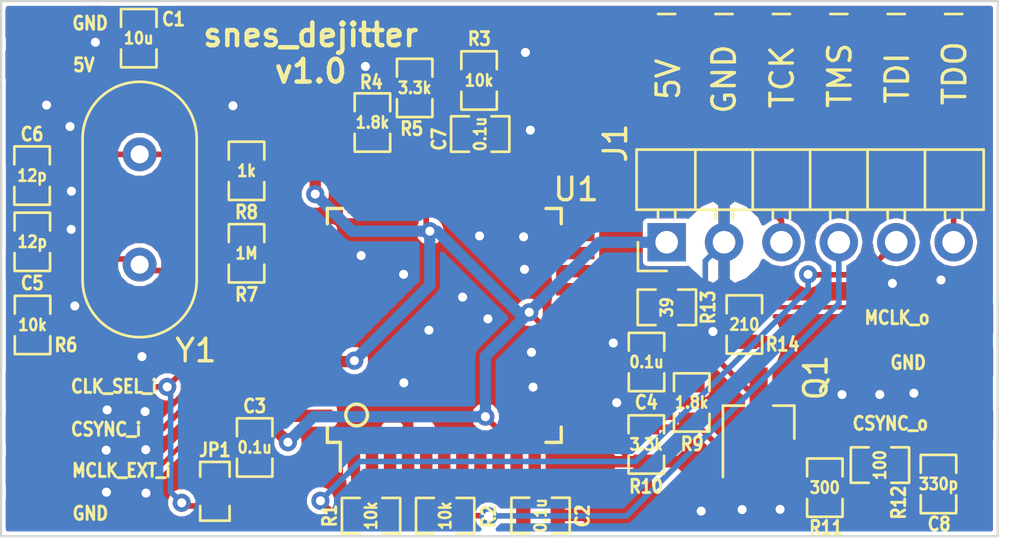
<source format=kicad_pcb>
(kicad_pcb (version 4) (host pcbnew 4.0.7+dfsg1-1)

  (general
    (links 66)
    (no_connects 0)
    (area 9.470317 12.914999 58.395 37.05086)
    (thickness 1.6)
    (drawings 5)
    (tracks 334)
    (zones 0)
    (modules 36)
    (nets 45)
  )

  (page A4)
  (layers
    (0 F.Cu signal)
    (31 B.Cu signal)
    (32 B.Adhes user)
    (33 F.Adhes user)
    (34 B.Paste user)
    (35 F.Paste user)
    (36 B.SilkS user)
    (37 F.SilkS user)
    (38 B.Mask user)
    (39 F.Mask user)
    (40 Dwgs.User user)
    (41 Cmts.User user)
    (42 Eco1.User user)
    (43 Eco2.User user)
    (44 Edge.Cuts user)
    (45 Margin user)
    (46 B.CrtYd user)
    (47 F.CrtYd user)
    (48 B.Fab user)
    (49 F.Fab user)
  )

  (setup
    (last_trace_width 0.25)
    (user_trace_width 0.2)
    (user_trace_width 0.25)
    (user_trace_width 0.3)
    (user_trace_width 0.35)
    (user_trace_width 0.4)
    (user_trace_width 0.45)
    (user_trace_width 0.5)
    (user_trace_width 0.7)
    (trace_clearance 0.2)
    (zone_clearance 0.16)
    (zone_45_only yes)
    (trace_min 0.16)
    (segment_width 0.2)
    (edge_width 0.1)
    (via_size 0.8)
    (via_drill 0.4)
    (via_min_size 0.686)
    (via_min_drill 0.33)
    (user_via 0.8 0.4)
    (uvia_size 0.8)
    (uvia_drill 0.4)
    (uvias_allowed no)
    (uvia_min_size 0.508)
    (uvia_min_drill 0.127)
    (pcb_text_width 0.3)
    (pcb_text_size 1.5 1.5)
    (mod_edge_width 0.15)
    (mod_text_size 1 1)
    (mod_text_width 0.15)
    (pad_size 3 1.5)
    (pad_drill 0)
    (pad_to_mask_clearance 0)
    (aux_axis_origin 0 0)
    (visible_elements FFFFFF7F)
    (pcbplotparams
      (layerselection 0x010fc_80000001)
      (usegerberextensions false)
      (excludeedgelayer true)
      (linewidth 0.100000)
      (plotframeref false)
      (viasonmask false)
      (mode 1)
      (useauxorigin false)
      (hpglpennumber 1)
      (hpglpenspeed 20)
      (hpglpendiameter 15)
      (hpglpenoverlay 2)
      (psnegative false)
      (psa4output false)
      (plotreference true)
      (plotvalue true)
      (plotinvisibletext false)
      (padsonsilk false)
      (subtractmaskfromsilk false)
      (outputformat 1)
      (mirror false)
      (drillshape 0)
      (scaleselection 1)
      (outputdirectory gerber/))
  )

  (net 0 "")
  (net 1 /DVDD5V)
  (net 2 GND)
  (net 3 "Net-(C5-Pad1)")
  (net 4 "Net-(C6-Pad1)")
  (net 5 "Net-(C8-Pad1)")
  (net 6 /TCK)
  (net 7 /TMS)
  (net 8 /TDI)
  (net 9 "Net-(J1-Pad6)")
  (net 10 /CSYNC_i)
  (net 11 /MCLK_EXT_i)
  (net 12 /MCLK_SEL_i)
  (net 13 "Net-(Q1-Pad2)")
  (net 14 /TDO)
  (net 15 /CSYNC_o)
  (net 16 /GCLK_o)
  (net 17 "Net-(U1-Pad2)")
  (net 18 "Net-(U1-Pad3)")
  (net 19 "Net-(U1-Pad5)")
  (net 20 "Net-(U1-Pad6)")
  (net 21 "Net-(U1-Pad8)")
  (net 22 "Net-(U1-Pad10)")
  (net 23 "Net-(U1-Pad11)")
  (net 24 "Net-(U1-Pad12)")
  (net 25 "Net-(U1-Pad13)")
  (net 26 "Net-(U1-Pad14)")
  (net 27 "Net-(U1-Pad19)")
  (net 28 "Net-(U1-Pad20)")
  (net 29 "Net-(U1-Pad21)")
  (net 30 "Net-(U1-Pad22)")
  (net 31 "Net-(U1-Pad23)")
  (net 32 "Net-(U1-Pad25)")
  (net 33 "Net-(U1-Pad27)")
  (net 34 "Net-(U1-Pad28)")
  (net 35 "Net-(U1-Pad30)")
  (net 36 "Net-(U1-Pad31)")
  (net 37 "Net-(U1-Pad33)")
  (net 38 "Net-(U1-Pad35)")
  (net 39 "Net-(U1-Pad42)")
  (net 40 "Net-(U1-Pad43)")
  (net 41 "Net-(U1-Pad44)")
  (net 42 "Net-(J9-Pad1)")
  (net 43 "Net-(R7-Pad2)")
  (net 44 "Net-(Q1-Pad1)")

  (net_class Default "This is the default net class."
    (clearance 0.2)
    (trace_width 0.25)
    (via_dia 0.8)
    (via_drill 0.4)
    (uvia_dia 0.8)
    (uvia_drill 0.4)
    (add_net /CSYNC_i)
    (add_net /CSYNC_o)
    (add_net /DVDD5V)
    (add_net /GCLK_o)
    (add_net /MCLK_EXT_i)
    (add_net /MCLK_SEL_i)
    (add_net /TCK)
    (add_net /TDI)
    (add_net /TDO)
    (add_net /TMS)
    (add_net GND)
    (add_net "Net-(C5-Pad1)")
    (add_net "Net-(C6-Pad1)")
    (add_net "Net-(C8-Pad1)")
    (add_net "Net-(J1-Pad6)")
    (add_net "Net-(J9-Pad1)")
    (add_net "Net-(Q1-Pad1)")
    (add_net "Net-(Q1-Pad2)")
    (add_net "Net-(R7-Pad2)")
    (add_net "Net-(U1-Pad10)")
    (add_net "Net-(U1-Pad11)")
    (add_net "Net-(U1-Pad12)")
    (add_net "Net-(U1-Pad13)")
    (add_net "Net-(U1-Pad14)")
    (add_net "Net-(U1-Pad19)")
    (add_net "Net-(U1-Pad2)")
    (add_net "Net-(U1-Pad20)")
    (add_net "Net-(U1-Pad21)")
    (add_net "Net-(U1-Pad22)")
    (add_net "Net-(U1-Pad23)")
    (add_net "Net-(U1-Pad25)")
    (add_net "Net-(U1-Pad27)")
    (add_net "Net-(U1-Pad28)")
    (add_net "Net-(U1-Pad3)")
    (add_net "Net-(U1-Pad30)")
    (add_net "Net-(U1-Pad31)")
    (add_net "Net-(U1-Pad33)")
    (add_net "Net-(U1-Pad35)")
    (add_net "Net-(U1-Pad42)")
    (add_net "Net-(U1-Pad43)")
    (add_net "Net-(U1-Pad44)")
    (add_net "Net-(U1-Pad5)")
    (add_net "Net-(U1-Pad6)")
    (add_net "Net-(U1-Pad8)")
  )

  (module custom_components:SM0603_Capa_libcms (layer F.Cu) (tedit 5A3E8DE0) (tstamp 5A3CBF22)
    (at 18.99 14.66 90)
    (path /5A305073)
    (attr smd)
    (fp_text reference C1 (at 0.84 1.54 180) (layer F.SilkS)
      (effects (font (size 0.5842 0.508) (thickness 0.127)))
    )
    (fp_text value 10u (at 0 0 180) (layer F.SilkS)
      (effects (font (size 0.508 0.4572) (thickness 0.1143)))
    )
    (fp_line (start 0.50038 0.78486) (end 1.2827 0.78486) (layer F.SilkS) (width 0.11938))
    (fp_line (start -0.50038 0.78486) (end -1.2827 0.78486) (layer F.SilkS) (width 0.11938))
    (fp_line (start 0.50038 -0.78486) (end 1.2827 -0.78486) (layer F.SilkS) (width 0.11938))
    (fp_line (start -1.2827 -0.78486) (end -0.50038 -0.78486) (layer F.SilkS) (width 0.11938))
    (fp_line (start 1.29032 -0.762) (end 1.29032 0.762) (layer F.SilkS) (width 0.11938))
    (fp_line (start -1.29032 0.762) (end -1.29032 -0.762) (layer F.SilkS) (width 0.11938))
    (pad 1 smd rect (at -0.762 0 90) (size 0.635 1.143) (layers F.Cu F.Paste F.Mask)
      (net 1 /DVDD5V))
    (pad 2 smd rect (at 0.762 0 90) (size 0.635 1.143) (layers F.Cu F.Paste F.Mask)
      (net 2 GND))
    (model smd\capacitors\C0603.wrl
      (at (xyz 0 0 0.001))
      (scale (xyz 0.5 0.5 0.5))
      (rotate (xyz 0 0 0))
    )
  )

  (module custom_components:SM0603_Capa_libcms (layer F.Cu) (tedit 5A3E90B6) (tstamp 5A3CBF2E)
    (at 36.77 35.78)
    (path /5A304BC8)
    (attr smd)
    (fp_text reference C2 (at 1.86 0.02 90) (layer F.SilkS)
      (effects (font (size 0.5842 0.508) (thickness 0.127)))
    )
    (fp_text value 0.1u (at 0 0 90) (layer F.SilkS)
      (effects (font (size 0.508 0.4572) (thickness 0.1143)))
    )
    (fp_line (start 0.50038 0.78486) (end 1.2827 0.78486) (layer F.SilkS) (width 0.11938))
    (fp_line (start -0.50038 0.78486) (end -1.2827 0.78486) (layer F.SilkS) (width 0.11938))
    (fp_line (start 0.50038 -0.78486) (end 1.2827 -0.78486) (layer F.SilkS) (width 0.11938))
    (fp_line (start -1.2827 -0.78486) (end -0.50038 -0.78486) (layer F.SilkS) (width 0.11938))
    (fp_line (start 1.29032 -0.762) (end 1.29032 0.762) (layer F.SilkS) (width 0.11938))
    (fp_line (start -1.29032 0.762) (end -1.29032 -0.762) (layer F.SilkS) (width 0.11938))
    (pad 1 smd rect (at -0.762 0) (size 0.635 1.143) (layers F.Cu F.Paste F.Mask)
      (net 1 /DVDD5V))
    (pad 2 smd rect (at 0.762 0) (size 0.635 1.143) (layers F.Cu F.Paste F.Mask)
      (net 2 GND))
    (model smd\capacitors\C0603.wrl
      (at (xyz 0 0 0.001))
      (scale (xyz 0.5 0.5 0.5))
      (rotate (xyz 0 0 0))
    )
  )

  (module custom_components:SM0603_Capa_libcms (layer F.Cu) (tedit 569D6DAF) (tstamp 5A3CBF3A)
    (at 24.12 32.77 270)
    (path /5A354AC5)
    (attr smd)
    (fp_text reference C3 (at -1.8288 0 360) (layer F.SilkS)
      (effects (font (size 0.5842 0.508) (thickness 0.127)))
    )
    (fp_text value 0.1u (at 0 0 360) (layer F.SilkS)
      (effects (font (size 0.508 0.4572) (thickness 0.1143)))
    )
    (fp_line (start 0.50038 0.78486) (end 1.2827 0.78486) (layer F.SilkS) (width 0.11938))
    (fp_line (start -0.50038 0.78486) (end -1.2827 0.78486) (layer F.SilkS) (width 0.11938))
    (fp_line (start 0.50038 -0.78486) (end 1.2827 -0.78486) (layer F.SilkS) (width 0.11938))
    (fp_line (start -1.2827 -0.78486) (end -0.50038 -0.78486) (layer F.SilkS) (width 0.11938))
    (fp_line (start 1.29032 -0.762) (end 1.29032 0.762) (layer F.SilkS) (width 0.11938))
    (fp_line (start -1.29032 0.762) (end -1.29032 -0.762) (layer F.SilkS) (width 0.11938))
    (pad 1 smd rect (at -0.762 0 270) (size 0.635 1.143) (layers F.Cu F.Paste F.Mask)
      (net 1 /DVDD5V))
    (pad 2 smd rect (at 0.762 0 270) (size 0.635 1.143) (layers F.Cu F.Paste F.Mask)
      (net 2 GND))
    (model smd\capacitors\C0603.wrl
      (at (xyz 0 0 0.001))
      (scale (xyz 0.5 0.5 0.5))
      (rotate (xyz 0 0 0))
    )
  )

  (module custom_components:SM0603_Capa_libcms (layer F.Cu) (tedit 5A3D2F54) (tstamp 5A3CBF46)
    (at 41.46 28.99 270)
    (path /5A3051C6)
    (attr smd)
    (fp_text reference C4 (at 1.79 0.01 360) (layer F.SilkS)
      (effects (font (size 0.5842 0.508) (thickness 0.127)))
    )
    (fp_text value 0.1u (at 0 0 360) (layer F.SilkS)
      (effects (font (size 0.508 0.4572) (thickness 0.1143)))
    )
    (fp_line (start 0.50038 0.78486) (end 1.2827 0.78486) (layer F.SilkS) (width 0.11938))
    (fp_line (start -0.50038 0.78486) (end -1.2827 0.78486) (layer F.SilkS) (width 0.11938))
    (fp_line (start 0.50038 -0.78486) (end 1.2827 -0.78486) (layer F.SilkS) (width 0.11938))
    (fp_line (start -1.2827 -0.78486) (end -0.50038 -0.78486) (layer F.SilkS) (width 0.11938))
    (fp_line (start 1.29032 -0.762) (end 1.29032 0.762) (layer F.SilkS) (width 0.11938))
    (fp_line (start -1.29032 0.762) (end -1.29032 -0.762) (layer F.SilkS) (width 0.11938))
    (pad 1 smd rect (at -0.762 0 270) (size 0.635 1.143) (layers F.Cu F.Paste F.Mask)
      (net 1 /DVDD5V))
    (pad 2 smd rect (at 0.762 0 270) (size 0.635 1.143) (layers F.Cu F.Paste F.Mask)
      (net 2 GND))
    (model smd\capacitors\C0603.wrl
      (at (xyz 0 0 0.001))
      (scale (xyz 0.5 0.5 0.5))
      (rotate (xyz 0 0 0))
    )
  )

  (module custom_components:SM0603_Capa_libcms (layer F.Cu) (tedit 569D6DAF) (tstamp 5A3CBF52)
    (at 14.28 23.67 90)
    (path /5A305A9D)
    (attr smd)
    (fp_text reference C5 (at -1.8288 0 180) (layer F.SilkS)
      (effects (font (size 0.5842 0.508) (thickness 0.127)))
    )
    (fp_text value 12p (at 0 0 180) (layer F.SilkS)
      (effects (font (size 0.508 0.4572) (thickness 0.1143)))
    )
    (fp_line (start 0.50038 0.78486) (end 1.2827 0.78486) (layer F.SilkS) (width 0.11938))
    (fp_line (start -0.50038 0.78486) (end -1.2827 0.78486) (layer F.SilkS) (width 0.11938))
    (fp_line (start 0.50038 -0.78486) (end 1.2827 -0.78486) (layer F.SilkS) (width 0.11938))
    (fp_line (start -1.2827 -0.78486) (end -0.50038 -0.78486) (layer F.SilkS) (width 0.11938))
    (fp_line (start 1.29032 -0.762) (end 1.29032 0.762) (layer F.SilkS) (width 0.11938))
    (fp_line (start -1.29032 0.762) (end -1.29032 -0.762) (layer F.SilkS) (width 0.11938))
    (pad 1 smd rect (at -0.762 0 90) (size 0.635 1.143) (layers F.Cu F.Paste F.Mask)
      (net 3 "Net-(C5-Pad1)"))
    (pad 2 smd rect (at 0.762 0 90) (size 0.635 1.143) (layers F.Cu F.Paste F.Mask)
      (net 2 GND))
    (model smd\capacitors\C0603.wrl
      (at (xyz 0 0 0.001))
      (scale (xyz 0.5 0.5 0.5))
      (rotate (xyz 0 0 0))
    )
  )

  (module custom_components:SM0603_Capa_libcms (layer F.Cu) (tedit 569D6DAF) (tstamp 5A3CBF5E)
    (at 14.27 20.74 270)
    (path /5A305B28)
    (attr smd)
    (fp_text reference C6 (at -1.8288 0 360) (layer F.SilkS)
      (effects (font (size 0.5842 0.508) (thickness 0.127)))
    )
    (fp_text value 12p (at 0 0 360) (layer F.SilkS)
      (effects (font (size 0.508 0.4572) (thickness 0.1143)))
    )
    (fp_line (start 0.50038 0.78486) (end 1.2827 0.78486) (layer F.SilkS) (width 0.11938))
    (fp_line (start -0.50038 0.78486) (end -1.2827 0.78486) (layer F.SilkS) (width 0.11938))
    (fp_line (start 0.50038 -0.78486) (end 1.2827 -0.78486) (layer F.SilkS) (width 0.11938))
    (fp_line (start -1.2827 -0.78486) (end -0.50038 -0.78486) (layer F.SilkS) (width 0.11938))
    (fp_line (start 1.29032 -0.762) (end 1.29032 0.762) (layer F.SilkS) (width 0.11938))
    (fp_line (start -1.29032 0.762) (end -1.29032 -0.762) (layer F.SilkS) (width 0.11938))
    (pad 1 smd rect (at -0.762 0 270) (size 0.635 1.143) (layers F.Cu F.Paste F.Mask)
      (net 4 "Net-(C6-Pad1)"))
    (pad 2 smd rect (at 0.762 0 270) (size 0.635 1.143) (layers F.Cu F.Paste F.Mask)
      (net 2 GND))
    (model smd\capacitors\C0603.wrl
      (at (xyz 0 0 0.001))
      (scale (xyz 0.5 0.5 0.5))
      (rotate (xyz 0 0 0))
    )
  )

  (module custom_components:SM0603_Capa_libcms (layer F.Cu) (tedit 5A3EEE05) (tstamp 5A3CBF6A)
    (at 34.1 18.9)
    (path /5A3052F9)
    (attr smd)
    (fp_text reference C7 (at -1.82 0.23 90) (layer F.SilkS)
      (effects (font (size 0.5842 0.508) (thickness 0.127)))
    )
    (fp_text value 0.1u (at 0 0 90) (layer F.SilkS)
      (effects (font (size 0.508 0.4572) (thickness 0.1143)))
    )
    (fp_line (start 0.50038 0.78486) (end 1.2827 0.78486) (layer F.SilkS) (width 0.11938))
    (fp_line (start -0.50038 0.78486) (end -1.2827 0.78486) (layer F.SilkS) (width 0.11938))
    (fp_line (start 0.50038 -0.78486) (end 1.2827 -0.78486) (layer F.SilkS) (width 0.11938))
    (fp_line (start -1.2827 -0.78486) (end -0.50038 -0.78486) (layer F.SilkS) (width 0.11938))
    (fp_line (start 1.29032 -0.762) (end 1.29032 0.762) (layer F.SilkS) (width 0.11938))
    (fp_line (start -1.29032 0.762) (end -1.29032 -0.762) (layer F.SilkS) (width 0.11938))
    (pad 1 smd rect (at -0.762 0) (size 0.635 1.143) (layers F.Cu F.Paste F.Mask)
      (net 1 /DVDD5V))
    (pad 2 smd rect (at 0.762 0) (size 0.635 1.143) (layers F.Cu F.Paste F.Mask)
      (net 2 GND))
    (model smd\capacitors\C0603.wrl
      (at (xyz 0 0 0.001))
      (scale (xyz 0.5 0.5 0.5))
      (rotate (xyz 0 0 0))
    )
  )

  (module custom_components:SM0603_Capa_libcms (layer F.Cu) (tedit 5A3E92E2) (tstamp 5A3CBF76)
    (at 54.38 34.39 270)
    (path /5A30D1B3)
    (attr smd)
    (fp_text reference C8 (at 1.77 -0.03 360) (layer F.SilkS)
      (effects (font (size 0.5842 0.508) (thickness 0.127)))
    )
    (fp_text value 330p (at 0 0 360) (layer F.SilkS)
      (effects (font (size 0.508 0.4572) (thickness 0.1143)))
    )
    (fp_line (start 0.50038 0.78486) (end 1.2827 0.78486) (layer F.SilkS) (width 0.11938))
    (fp_line (start -0.50038 0.78486) (end -1.2827 0.78486) (layer F.SilkS) (width 0.11938))
    (fp_line (start 0.50038 -0.78486) (end 1.2827 -0.78486) (layer F.SilkS) (width 0.11938))
    (fp_line (start -1.2827 -0.78486) (end -0.50038 -0.78486) (layer F.SilkS) (width 0.11938))
    (fp_line (start 1.29032 -0.762) (end 1.29032 0.762) (layer F.SilkS) (width 0.11938))
    (fp_line (start -1.29032 0.762) (end -1.29032 -0.762) (layer F.SilkS) (width 0.11938))
    (pad 1 smd rect (at -0.762 0 270) (size 0.635 1.143) (layers F.Cu F.Paste F.Mask)
      (net 5 "Net-(C8-Pad1)"))
    (pad 2 smd rect (at 0.762 0 270) (size 0.635 1.143) (layers F.Cu F.Paste F.Mask)
      (net 2 GND))
    (model smd\capacitors\C0603.wrl
      (at (xyz 0 0 0.001))
      (scale (xyz 0.5 0.5 0.5))
      (rotate (xyz 0 0 0))
    )
  )

  (module TO_SOT_Packages_SMD:SOT-23_Handsoldering (layer F.Cu) (tedit 5A3EED02) (tstamp 5A3CBFCB)
    (at 46.42 31.68 90)
    (descr "SOT-23, Handsoldering")
    (tags SOT-23)
    (path /5A309B8D)
    (attr smd)
    (fp_text reference Q1 (at 2 2.53 90) (layer F.SilkS)
      (effects (font (size 1 1) (thickness 0.15)))
    )
    (fp_text value BC847 (at 0 2.5 90) (layer F.Fab)
      (effects (font (size 1 1) (thickness 0.15)))
    )
    (fp_text user %R (at 0 0 180) (layer F.Fab)
      (effects (font (size 0.5 0.5) (thickness 0.075)))
    )
    (fp_line (start 0.76 1.58) (end 0.76 0.65) (layer F.SilkS) (width 0.12))
    (fp_line (start 0.76 -1.58) (end 0.76 -0.65) (layer F.SilkS) (width 0.12))
    (fp_line (start -2.7 -1.75) (end 2.7 -1.75) (layer F.CrtYd) (width 0.05))
    (fp_line (start 2.7 -1.75) (end 2.7 1.75) (layer F.CrtYd) (width 0.05))
    (fp_line (start 2.7 1.75) (end -2.7 1.75) (layer F.CrtYd) (width 0.05))
    (fp_line (start -2.7 1.75) (end -2.7 -1.75) (layer F.CrtYd) (width 0.05))
    (fp_line (start 0.76 -1.58) (end -2.4 -1.58) (layer F.SilkS) (width 0.12))
    (fp_line (start -0.7 -0.95) (end -0.7 1.5) (layer F.Fab) (width 0.1))
    (fp_line (start -0.15 -1.52) (end 0.7 -1.52) (layer F.Fab) (width 0.1))
    (fp_line (start -0.7 -0.95) (end -0.15 -1.52) (layer F.Fab) (width 0.1))
    (fp_line (start 0.7 -1.52) (end 0.7 1.52) (layer F.Fab) (width 0.1))
    (fp_line (start -0.7 1.52) (end 0.7 1.52) (layer F.Fab) (width 0.1))
    (fp_line (start 0.76 1.58) (end -0.7 1.58) (layer F.SilkS) (width 0.12))
    (pad 1 smd rect (at -1.5 -0.95 90) (size 1.9 0.8) (layers F.Cu F.Paste F.Mask)
      (net 44 "Net-(Q1-Pad1)"))
    (pad 2 smd rect (at -1.5 0.95 90) (size 1.9 0.8) (layers F.Cu F.Paste F.Mask)
      (net 13 "Net-(Q1-Pad2)"))
    (pad 3 smd rect (at 1.5 0 90) (size 1.9 0.8) (layers F.Cu F.Paste F.Mask)
      (net 1 /DVDD5V))
    (model ${KISYS3DMOD}/TO_SOT_Packages_SMD.3dshapes\SOT-23.wrl
      (at (xyz 0 0 0))
      (scale (xyz 1 1 1))
      (rotate (xyz 0 0 0))
    )
  )

  (module custom_components:SM0603_Resistor_libcms (layer F.Cu) (tedit 569D6DC4) (tstamp 5A3CBFD7)
    (at 29.27 35.79)
    (path /5A3BE8DB)
    (attr smd)
    (fp_text reference R1 (at -1.8288 0 90) (layer F.SilkS)
      (effects (font (size 0.5842 0.508) (thickness 0.127)))
    )
    (fp_text value 10k (at 0 0 90) (layer F.SilkS)
      (effects (font (size 0.508 0.4572) (thickness 0.1143)))
    )
    (fp_line (start 0.50038 0.78486) (end 1.2827 0.78486) (layer F.SilkS) (width 0.11938))
    (fp_line (start -0.50038 0.78486) (end -1.2827 0.78486) (layer F.SilkS) (width 0.11938))
    (fp_line (start 0.50038 -0.78486) (end 1.2827 -0.78486) (layer F.SilkS) (width 0.11938))
    (fp_line (start -1.2827 -0.78486) (end -0.50038 -0.78486) (layer F.SilkS) (width 0.11938))
    (fp_line (start 1.29032 -0.762) (end 1.29032 0.762) (layer F.SilkS) (width 0.11938))
    (fp_line (start -1.29032 0.762) (end -1.29032 -0.762) (layer F.SilkS) (width 0.11938))
    (pad 1 smd rect (at -0.762 0) (size 0.635 1.143) (layers F.Cu F.Paste F.Mask)
      (net 8 /TDI))
    (pad 2 smd rect (at 0.762 0) (size 0.635 1.143) (layers F.Cu F.Paste F.Mask)
      (net 2 GND))
    (model smd\capacitors\C0603.wrl
      (at (xyz 0 0 0.001))
      (scale (xyz 0.5 0.5 0.5))
      (rotate (xyz 0 0 0))
    )
  )

  (module custom_components:SM0603_Resistor_libcms (layer F.Cu) (tedit 5A3E908E) (tstamp 5A3CBFE3)
    (at 32.55 35.79 180)
    (path /5A3BE9C9)
    (attr smd)
    (fp_text reference R2 (at -1.93 -0.03 270) (layer F.SilkS)
      (effects (font (size 0.5842 0.508) (thickness 0.127)))
    )
    (fp_text value 10k (at 0 0 270) (layer F.SilkS)
      (effects (font (size 0.508 0.4572) (thickness 0.1143)))
    )
    (fp_line (start 0.50038 0.78486) (end 1.2827 0.78486) (layer F.SilkS) (width 0.11938))
    (fp_line (start -0.50038 0.78486) (end -1.2827 0.78486) (layer F.SilkS) (width 0.11938))
    (fp_line (start 0.50038 -0.78486) (end 1.2827 -0.78486) (layer F.SilkS) (width 0.11938))
    (fp_line (start -1.2827 -0.78486) (end -0.50038 -0.78486) (layer F.SilkS) (width 0.11938))
    (fp_line (start 1.29032 -0.762) (end 1.29032 0.762) (layer F.SilkS) (width 0.11938))
    (fp_line (start -1.29032 0.762) (end -1.29032 -0.762) (layer F.SilkS) (width 0.11938))
    (pad 1 smd rect (at -0.762 0 180) (size 0.635 1.143) (layers F.Cu F.Paste F.Mask)
      (net 7 /TMS))
    (pad 2 smd rect (at 0.762 0 180) (size 0.635 1.143) (layers F.Cu F.Paste F.Mask)
      (net 2 GND))
    (model smd\capacitors\C0603.wrl
      (at (xyz 0 0 0.001))
      (scale (xyz 0.5 0.5 0.5))
      (rotate (xyz 0 0 0))
    )
  )

  (module custom_components:SM0603_Resistor_libcms (layer F.Cu) (tedit 5A3D31A3) (tstamp 5A3CBFEF)
    (at 34.05 16.53 90)
    (path /5A3BEA28)
    (attr smd)
    (fp_text reference R3 (at 1.84 0.01 180) (layer F.SilkS)
      (effects (font (size 0.5842 0.508) (thickness 0.127)))
    )
    (fp_text value 10k (at 0 0 180) (layer F.SilkS)
      (effects (font (size 0.508 0.4572) (thickness 0.1143)))
    )
    (fp_line (start 0.50038 0.78486) (end 1.2827 0.78486) (layer F.SilkS) (width 0.11938))
    (fp_line (start -0.50038 0.78486) (end -1.2827 0.78486) (layer F.SilkS) (width 0.11938))
    (fp_line (start 0.50038 -0.78486) (end 1.2827 -0.78486) (layer F.SilkS) (width 0.11938))
    (fp_line (start -1.2827 -0.78486) (end -0.50038 -0.78486) (layer F.SilkS) (width 0.11938))
    (fp_line (start 1.29032 -0.762) (end 1.29032 0.762) (layer F.SilkS) (width 0.11938))
    (fp_line (start -1.29032 0.762) (end -1.29032 -0.762) (layer F.SilkS) (width 0.11938))
    (pad 1 smd rect (at -0.762 0 90) (size 0.635 1.143) (layers F.Cu F.Paste F.Mask)
      (net 6 /TCK))
    (pad 2 smd rect (at 0.762 0 90) (size 0.635 1.143) (layers F.Cu F.Paste F.Mask)
      (net 2 GND))
    (model smd\capacitors\C0603.wrl
      (at (xyz 0 0 0.001))
      (scale (xyz 0.5 0.5 0.5))
      (rotate (xyz 0 0 0))
    )
  )

  (module custom_components:SM0603_Resistor_libcms (layer F.Cu) (tedit 5A3D3172) (tstamp 5A3CBFFB)
    (at 29.33 18.39 90)
    (path /5A356677)
    (attr smd)
    (fp_text reference R4 (at 1.78 -0.05 180) (layer F.SilkS)
      (effects (font (size 0.5842 0.508) (thickness 0.127)))
    )
    (fp_text value 1.8k (at 0 0 180) (layer F.SilkS)
      (effects (font (size 0.508 0.4572) (thickness 0.1143)))
    )
    (fp_line (start 0.50038 0.78486) (end 1.2827 0.78486) (layer F.SilkS) (width 0.11938))
    (fp_line (start -0.50038 0.78486) (end -1.2827 0.78486) (layer F.SilkS) (width 0.11938))
    (fp_line (start 0.50038 -0.78486) (end 1.2827 -0.78486) (layer F.SilkS) (width 0.11938))
    (fp_line (start -1.2827 -0.78486) (end -0.50038 -0.78486) (layer F.SilkS) (width 0.11938))
    (fp_line (start 1.29032 -0.762) (end 1.29032 0.762) (layer F.SilkS) (width 0.11938))
    (fp_line (start -1.29032 0.762) (end -1.29032 -0.762) (layer F.SilkS) (width 0.11938))
    (pad 1 smd rect (at -0.762 0 90) (size 0.635 1.143) (layers F.Cu F.Paste F.Mask)
      (net 14 /TDO))
    (pad 2 smd rect (at 0.762 0 90) (size 0.635 1.143) (layers F.Cu F.Paste F.Mask)
      (net 9 "Net-(J1-Pad6)"))
    (model smd\capacitors\C0603.wrl
      (at (xyz 0 0 0.001))
      (scale (xyz 0.5 0.5 0.5))
      (rotate (xyz 0 0 0))
    )
  )

  (module custom_components:SM0603_Resistor_libcms (layer F.Cu) (tedit 5A3EAA08) (tstamp 5A3CC007)
    (at 31.2 16.86 90)
    (path /5A35667D)
    (attr smd)
    (fp_text reference R5 (at -1.81 -0.13 180) (layer F.SilkS)
      (effects (font (size 0.5842 0.508) (thickness 0.127)))
    )
    (fp_text value 3.3k (at 0 0 180) (layer F.SilkS)
      (effects (font (size 0.508 0.4572) (thickness 0.1143)))
    )
    (fp_line (start 0.50038 0.78486) (end 1.2827 0.78486) (layer F.SilkS) (width 0.11938))
    (fp_line (start -0.50038 0.78486) (end -1.2827 0.78486) (layer F.SilkS) (width 0.11938))
    (fp_line (start 0.50038 -0.78486) (end 1.2827 -0.78486) (layer F.SilkS) (width 0.11938))
    (fp_line (start -1.2827 -0.78486) (end -0.50038 -0.78486) (layer F.SilkS) (width 0.11938))
    (fp_line (start 1.29032 -0.762) (end 1.29032 0.762) (layer F.SilkS) (width 0.11938))
    (fp_line (start -1.29032 0.762) (end -1.29032 -0.762) (layer F.SilkS) (width 0.11938))
    (pad 1 smd rect (at -0.762 0 90) (size 0.635 1.143) (layers F.Cu F.Paste F.Mask)
      (net 9 "Net-(J1-Pad6)"))
    (pad 2 smd rect (at 0.762 0 90) (size 0.635 1.143) (layers F.Cu F.Paste F.Mask)
      (net 2 GND))
    (model smd\capacitors\C0603.wrl
      (at (xyz 0 0 0.001))
      (scale (xyz 0.5 0.5 0.5))
      (rotate (xyz 0 0 0))
    )
  )

  (module custom_components:SM0603_Resistor_libcms (layer F.Cu) (tedit 5A3E8CA6) (tstamp 5A3CC013)
    (at 14.29 27.35 90)
    (path /5A3541E2)
    (attr smd)
    (fp_text reference R6 (at -0.89 1.48 180) (layer F.SilkS)
      (effects (font (size 0.5842 0.508) (thickness 0.127)))
    )
    (fp_text value 10k (at 0 0 180) (layer F.SilkS)
      (effects (font (size 0.508 0.4572) (thickness 0.1143)))
    )
    (fp_line (start 0.50038 0.78486) (end 1.2827 0.78486) (layer F.SilkS) (width 0.11938))
    (fp_line (start -0.50038 0.78486) (end -1.2827 0.78486) (layer F.SilkS) (width 0.11938))
    (fp_line (start 0.50038 -0.78486) (end 1.2827 -0.78486) (layer F.SilkS) (width 0.11938))
    (fp_line (start -1.2827 -0.78486) (end -0.50038 -0.78486) (layer F.SilkS) (width 0.11938))
    (fp_line (start 1.29032 -0.762) (end 1.29032 0.762) (layer F.SilkS) (width 0.11938))
    (fp_line (start -1.29032 0.762) (end -1.29032 -0.762) (layer F.SilkS) (width 0.11938))
    (pad 1 smd rect (at -0.762 0 90) (size 0.635 1.143) (layers F.Cu F.Paste F.Mask)
      (net 12 /MCLK_SEL_i))
    (pad 2 smd rect (at 0.762 0 90) (size 0.635 1.143) (layers F.Cu F.Paste F.Mask)
      (net 2 GND))
    (model smd\capacitors\C0603.wrl
      (at (xyz 0 0 0.001))
      (scale (xyz 0.5 0.5 0.5))
      (rotate (xyz 0 0 0))
    )
  )

  (module custom_components:SM0603_Resistor_libcms (layer F.Cu) (tedit 569D6DC4) (tstamp 5A3CC01F)
    (at 23.76 24.18 90)
    (path /5A305EA9)
    (attr smd)
    (fp_text reference R7 (at -1.8288 0 180) (layer F.SilkS)
      (effects (font (size 0.5842 0.508) (thickness 0.127)))
    )
    (fp_text value 1M (at 0 0 180) (layer F.SilkS)
      (effects (font (size 0.508 0.4572) (thickness 0.1143)))
    )
    (fp_line (start 0.50038 0.78486) (end 1.2827 0.78486) (layer F.SilkS) (width 0.11938))
    (fp_line (start -0.50038 0.78486) (end -1.2827 0.78486) (layer F.SilkS) (width 0.11938))
    (fp_line (start 0.50038 -0.78486) (end 1.2827 -0.78486) (layer F.SilkS) (width 0.11938))
    (fp_line (start -1.2827 -0.78486) (end -0.50038 -0.78486) (layer F.SilkS) (width 0.11938))
    (fp_line (start 1.29032 -0.762) (end 1.29032 0.762) (layer F.SilkS) (width 0.11938))
    (fp_line (start -1.29032 0.762) (end -1.29032 -0.762) (layer F.SilkS) (width 0.11938))
    (pad 1 smd rect (at -0.762 0 90) (size 0.635 1.143) (layers F.Cu F.Paste F.Mask)
      (net 3 "Net-(C5-Pad1)"))
    (pad 2 smd rect (at 0.762 0 90) (size 0.635 1.143) (layers F.Cu F.Paste F.Mask)
      (net 43 "Net-(R7-Pad2)"))
    (model smd\capacitors\C0603.wrl
      (at (xyz 0 0 0.001))
      (scale (xyz 0.5 0.5 0.5))
      (rotate (xyz 0 0 0))
    )
  )

  (module custom_components:SM0603_Resistor_libcms (layer F.Cu) (tedit 569D6DC4) (tstamp 5A3CC02B)
    (at 23.76 20.53 90)
    (path /5A305D66)
    (attr smd)
    (fp_text reference R8 (at -1.8288 0 180) (layer F.SilkS)
      (effects (font (size 0.5842 0.508) (thickness 0.127)))
    )
    (fp_text value 1k (at 0 0 180) (layer F.SilkS)
      (effects (font (size 0.508 0.4572) (thickness 0.1143)))
    )
    (fp_line (start 0.50038 0.78486) (end 1.2827 0.78486) (layer F.SilkS) (width 0.11938))
    (fp_line (start -0.50038 0.78486) (end -1.2827 0.78486) (layer F.SilkS) (width 0.11938))
    (fp_line (start 0.50038 -0.78486) (end 1.2827 -0.78486) (layer F.SilkS) (width 0.11938))
    (fp_line (start -1.2827 -0.78486) (end -0.50038 -0.78486) (layer F.SilkS) (width 0.11938))
    (fp_line (start 1.29032 -0.762) (end 1.29032 0.762) (layer F.SilkS) (width 0.11938))
    (fp_line (start -1.29032 0.762) (end -1.29032 -0.762) (layer F.SilkS) (width 0.11938))
    (pad 1 smd rect (at -0.762 0 90) (size 0.635 1.143) (layers F.Cu F.Paste F.Mask)
      (net 43 "Net-(R7-Pad2)"))
    (pad 2 smd rect (at 0.762 0 90) (size 0.635 1.143) (layers F.Cu F.Paste F.Mask)
      (net 4 "Net-(C6-Pad1)"))
    (model smd\capacitors\C0603.wrl
      (at (xyz 0 0 0.001))
      (scale (xyz 0.5 0.5 0.5))
      (rotate (xyz 0 0 0))
    )
  )

  (module custom_components:SM0603_Resistor_libcms (layer F.Cu) (tedit 5A3D2E9B) (tstamp 5A3CC037)
    (at 43.46 30.78 270)
    (path /5A3553FB)
    (attr smd)
    (fp_text reference R9 (at 1.84 -0.02 360) (layer F.SilkS)
      (effects (font (size 0.5842 0.508) (thickness 0.127)))
    )
    (fp_text value 1.8k (at 0 0 360) (layer F.SilkS)
      (effects (font (size 0.508 0.4572) (thickness 0.1143)))
    )
    (fp_line (start 0.50038 0.78486) (end 1.2827 0.78486) (layer F.SilkS) (width 0.11938))
    (fp_line (start -0.50038 0.78486) (end -1.2827 0.78486) (layer F.SilkS) (width 0.11938))
    (fp_line (start 0.50038 -0.78486) (end 1.2827 -0.78486) (layer F.SilkS) (width 0.11938))
    (fp_line (start -1.2827 -0.78486) (end -0.50038 -0.78486) (layer F.SilkS) (width 0.11938))
    (fp_line (start 1.29032 -0.762) (end 1.29032 0.762) (layer F.SilkS) (width 0.11938))
    (fp_line (start -1.29032 0.762) (end -1.29032 -0.762) (layer F.SilkS) (width 0.11938))
    (pad 1 smd rect (at -0.762 0 270) (size 0.635 1.143) (layers F.Cu F.Paste F.Mask)
      (net 15 /CSYNC_o))
    (pad 2 smd rect (at 0.762 0 270) (size 0.635 1.143) (layers F.Cu F.Paste F.Mask)
      (net 44 "Net-(Q1-Pad1)"))
    (model smd\capacitors\C0603.wrl
      (at (xyz 0 0 0.001))
      (scale (xyz 0.5 0.5 0.5))
      (rotate (xyz 0 0 0))
    )
  )

  (module custom_components:SM0603_Resistor_libcms (layer F.Cu) (tedit 5A3D2E97) (tstamp 5A3CC043)
    (at 41.45 32.64 270)
    (path /5A355640)
    (attr smd)
    (fp_text reference R10 (at 1.86 0.01 360) (layer F.SilkS)
      (effects (font (size 0.5842 0.508) (thickness 0.127)))
    )
    (fp_text value 3.3k (at 0 0 360) (layer F.SilkS)
      (effects (font (size 0.508 0.4572) (thickness 0.1143)))
    )
    (fp_line (start 0.50038 0.78486) (end 1.2827 0.78486) (layer F.SilkS) (width 0.11938))
    (fp_line (start -0.50038 0.78486) (end -1.2827 0.78486) (layer F.SilkS) (width 0.11938))
    (fp_line (start 0.50038 -0.78486) (end 1.2827 -0.78486) (layer F.SilkS) (width 0.11938))
    (fp_line (start -1.2827 -0.78486) (end -0.50038 -0.78486) (layer F.SilkS) (width 0.11938))
    (fp_line (start 1.29032 -0.762) (end 1.29032 0.762) (layer F.SilkS) (width 0.11938))
    (fp_line (start -1.29032 0.762) (end -1.29032 -0.762) (layer F.SilkS) (width 0.11938))
    (pad 1 smd rect (at -0.762 0 270) (size 0.635 1.143) (layers F.Cu F.Paste F.Mask)
      (net 44 "Net-(Q1-Pad1)"))
    (pad 2 smd rect (at 0.762 0 270) (size 0.635 1.143) (layers F.Cu F.Paste F.Mask)
      (net 2 GND))
    (model smd\capacitors\C0603.wrl
      (at (xyz 0 0 0.001))
      (scale (xyz 0.5 0.5 0.5))
      (rotate (xyz 0 0 0))
    )
  )

  (module custom_components:SM0603_Resistor_libcms (layer F.Cu) (tedit 5A3E92DF) (tstamp 5A3CC04F)
    (at 49.35 34.55 270)
    (path /5A309D32)
    (attr smd)
    (fp_text reference R11 (at 1.77 -0.06 360) (layer F.SilkS)
      (effects (font (size 0.5842 0.508) (thickness 0.127)))
    )
    (fp_text value 300 (at 0 0 360) (layer F.SilkS)
      (effects (font (size 0.508 0.4572) (thickness 0.1143)))
    )
    (fp_line (start 0.50038 0.78486) (end 1.2827 0.78486) (layer F.SilkS) (width 0.11938))
    (fp_line (start -0.50038 0.78486) (end -1.2827 0.78486) (layer F.SilkS) (width 0.11938))
    (fp_line (start 0.50038 -0.78486) (end 1.2827 -0.78486) (layer F.SilkS) (width 0.11938))
    (fp_line (start -1.2827 -0.78486) (end -0.50038 -0.78486) (layer F.SilkS) (width 0.11938))
    (fp_line (start 1.29032 -0.762) (end 1.29032 0.762) (layer F.SilkS) (width 0.11938))
    (fp_line (start -1.29032 0.762) (end -1.29032 -0.762) (layer F.SilkS) (width 0.11938))
    (pad 1 smd rect (at -0.762 0 270) (size 0.635 1.143) (layers F.Cu F.Paste F.Mask)
      (net 13 "Net-(Q1-Pad2)"))
    (pad 2 smd rect (at 0.762 0 270) (size 0.635 1.143) (layers F.Cu F.Paste F.Mask)
      (net 2 GND))
    (model smd\capacitors\C0603.wrl
      (at (xyz 0 0 0.001))
      (scale (xyz 0.5 0.5 0.5))
      (rotate (xyz 0 0 0))
    )
  )

  (module custom_components:SM0603_Resistor_libcms (layer F.Cu) (tedit 5A3EA887) (tstamp 5A3CC05B)
    (at 51.79 33.55 180)
    (path /5A309EE5)
    (attr smd)
    (fp_text reference R12 (at -0.83 -1.66 270) (layer F.SilkS)
      (effects (font (size 0.5842 0.508) (thickness 0.127)))
    )
    (fp_text value 100 (at 0 0 270) (layer F.SilkS)
      (effects (font (size 0.508 0.4572) (thickness 0.1143)))
    )
    (fp_line (start 0.50038 0.78486) (end 1.2827 0.78486) (layer F.SilkS) (width 0.11938))
    (fp_line (start -0.50038 0.78486) (end -1.2827 0.78486) (layer F.SilkS) (width 0.11938))
    (fp_line (start 0.50038 -0.78486) (end 1.2827 -0.78486) (layer F.SilkS) (width 0.11938))
    (fp_line (start -1.2827 -0.78486) (end -0.50038 -0.78486) (layer F.SilkS) (width 0.11938))
    (fp_line (start 1.29032 -0.762) (end 1.29032 0.762) (layer F.SilkS) (width 0.11938))
    (fp_line (start -1.29032 0.762) (end -1.29032 -0.762) (layer F.SilkS) (width 0.11938))
    (pad 1 smd rect (at -0.762 0 180) (size 0.635 1.143) (layers F.Cu F.Paste F.Mask)
      (net 5 "Net-(C8-Pad1)"))
    (pad 2 smd rect (at 0.762 0 180) (size 0.635 1.143) (layers F.Cu F.Paste F.Mask)
      (net 13 "Net-(Q1-Pad2)"))
    (model smd\capacitors\C0603.wrl
      (at (xyz 0 0 0.001))
      (scale (xyz 0.5 0.5 0.5))
      (rotate (xyz 0 0 0))
    )
  )

  (module custom_components:SM0603_Resistor_libcms (layer F.Cu) (tedit 569D6DC4) (tstamp 5A3CC067)
    (at 42.36 26.57 180)
    (path /5A3BF2C5)
    (attr smd)
    (fp_text reference R13 (at -1.8288 0 270) (layer F.SilkS)
      (effects (font (size 0.5842 0.508) (thickness 0.127)))
    )
    (fp_text value 39 (at 0 0 270) (layer F.SilkS)
      (effects (font (size 0.508 0.4572) (thickness 0.1143)))
    )
    (fp_line (start 0.50038 0.78486) (end 1.2827 0.78486) (layer F.SilkS) (width 0.11938))
    (fp_line (start -0.50038 0.78486) (end -1.2827 0.78486) (layer F.SilkS) (width 0.11938))
    (fp_line (start 0.50038 -0.78486) (end 1.2827 -0.78486) (layer F.SilkS) (width 0.11938))
    (fp_line (start -1.2827 -0.78486) (end -0.50038 -0.78486) (layer F.SilkS) (width 0.11938))
    (fp_line (start 1.29032 -0.762) (end 1.29032 0.762) (layer F.SilkS) (width 0.11938))
    (fp_line (start -1.29032 0.762) (end -1.29032 -0.762) (layer F.SilkS) (width 0.11938))
    (pad 1 smd rect (at -0.762 0 180) (size 0.635 1.143) (layers F.Cu F.Paste F.Mask)
      (net 42 "Net-(J9-Pad1)"))
    (pad 2 smd rect (at 0.762 0 180) (size 0.635 1.143) (layers F.Cu F.Paste F.Mask)
      (net 16 /GCLK_o))
    (model smd\capacitors\C0603.wrl
      (at (xyz 0 0 0.001))
      (scale (xyz 0.5 0.5 0.5))
      (rotate (xyz 0 0 0))
    )
  )

  (module custom_components:SM0603_Resistor_libcms (layer F.Cu) (tedit 5A3E8A7B) (tstamp 5A3CC073)
    (at 45.79 27.33 270)
    (path /5A3BF142)
    (attr smd)
    (fp_text reference R14 (at 0.88 -1.69 360) (layer F.SilkS)
      (effects (font (size 0.5842 0.508) (thickness 0.127)))
    )
    (fp_text value 210 (at 0 0 360) (layer F.SilkS)
      (effects (font (size 0.508 0.4572) (thickness 0.1143)))
    )
    (fp_line (start 0.50038 0.78486) (end 1.2827 0.78486) (layer F.SilkS) (width 0.11938))
    (fp_line (start -0.50038 0.78486) (end -1.2827 0.78486) (layer F.SilkS) (width 0.11938))
    (fp_line (start 0.50038 -0.78486) (end 1.2827 -0.78486) (layer F.SilkS) (width 0.11938))
    (fp_line (start -1.2827 -0.78486) (end -0.50038 -0.78486) (layer F.SilkS) (width 0.11938))
    (fp_line (start 1.29032 -0.762) (end 1.29032 0.762) (layer F.SilkS) (width 0.11938))
    (fp_line (start -1.29032 0.762) (end -1.29032 -0.762) (layer F.SilkS) (width 0.11938))
    (pad 1 smd rect (at -0.762 0 270) (size 0.635 1.143) (layers F.Cu F.Paste F.Mask)
      (net 42 "Net-(J9-Pad1)"))
    (pad 2 smd rect (at 0.762 0 270) (size 0.635 1.143) (layers F.Cu F.Paste F.Mask)
      (net 2 GND))
    (model smd\capacitors\C0603.wrl
      (at (xyz 0 0 0.001))
      (scale (xyz 0.5 0.5 0.5))
      (rotate (xyz 0 0 0))
    )
  )

  (module Crystals:Crystal_HC49-U_Vertical (layer F.Cu) (tedit 5A3EEDA6) (tstamp 5A3CC0BC)
    (at 19.03 24.68 90)
    (descr "Crystal THT HC-49/U http://5hertz.com/pdfs/04404_D.pdf")
    (tags "THT crystalHC-49/U")
    (path /5A305982)
    (fp_text reference Y1 (at -3.8 2.49 180) (layer F.SilkS)
      (effects (font (size 1 1) (thickness 0.15)))
    )
    (fp_text value 21.477272MHz (at 2.44 3.525 90) (layer F.Fab)
      (effects (font (size 1 1) (thickness 0.15)))
    )
    (fp_text user %R (at 2.44 0 90) (layer F.Fab)
      (effects (font (size 1 1) (thickness 0.15)))
    )
    (fp_line (start -0.685 -2.325) (end 5.565 -2.325) (layer F.Fab) (width 0.1))
    (fp_line (start -0.685 2.325) (end 5.565 2.325) (layer F.Fab) (width 0.1))
    (fp_line (start -0.56 -2) (end 5.44 -2) (layer F.Fab) (width 0.1))
    (fp_line (start -0.56 2) (end 5.44 2) (layer F.Fab) (width 0.1))
    (fp_line (start -0.685 -2.525) (end 5.565 -2.525) (layer F.SilkS) (width 0.12))
    (fp_line (start -0.685 2.525) (end 5.565 2.525) (layer F.SilkS) (width 0.12))
    (fp_line (start -3.5 -2.8) (end -3.5 2.8) (layer F.CrtYd) (width 0.05))
    (fp_line (start -3.5 2.8) (end 8.4 2.8) (layer F.CrtYd) (width 0.05))
    (fp_line (start 8.4 2.8) (end 8.4 -2.8) (layer F.CrtYd) (width 0.05))
    (fp_line (start 8.4 -2.8) (end -3.5 -2.8) (layer F.CrtYd) (width 0.05))
    (fp_arc (start -0.685 0) (end -0.685 -2.325) (angle -180) (layer F.Fab) (width 0.1))
    (fp_arc (start 5.565 0) (end 5.565 -2.325) (angle 180) (layer F.Fab) (width 0.1))
    (fp_arc (start -0.56 0) (end -0.56 -2) (angle -180) (layer F.Fab) (width 0.1))
    (fp_arc (start 5.44 0) (end 5.44 -2) (angle 180) (layer F.Fab) (width 0.1))
    (fp_arc (start -0.685 0) (end -0.685 -2.525) (angle -180) (layer F.SilkS) (width 0.12))
    (fp_arc (start 5.565 0) (end 5.565 -2.525) (angle 180) (layer F.SilkS) (width 0.12))
    (pad 1 thru_hole circle (at 0 0 90) (size 1.5 1.5) (drill 0.8) (layers *.Cu *.Mask)
      (net 3 "Net-(C5-Pad1)"))
    (pad 2 thru_hole circle (at 4.88 0 90) (size 1.5 1.5) (drill 0.8) (layers *.Cu *.Mask)
      (net 4 "Net-(C6-Pad1)"))
    (model ${KISYS3DMOD}/Crystals.3dshapes/Crystal_HC49-U_Vertical.wrl
      (at (xyz 0 0 0))
      (scale (xyz 0.393701 0.393701 0.393701))
      (rotate (xyz 0 0 0))
    )
  )

  (module custom_components:SMD_PAD (layer F.Cu) (tedit 5A3E8F53) (tstamp 5A3CBF85)
    (at 14.34 15.84)
    (path /5A30570B)
    (fp_text reference J2 (at -3.81254 0) (layer F.SilkS) hide
      (effects (font (size 1 1) (thickness 0.15)))
    )
    (fp_text value 5V (at 2.22 0.01) (layer F.SilkS)
      (effects (font (size 0.5842 0.508) (thickness 0.127)))
    )
    (pad 1 smd rect (at 0 0) (size 2.5 1.25) (layers F.Cu F.Mask)
      (net 1 /DVDD5V))
  )

  (module custom_components:SMD_PAD (layer F.Cu) (tedit 5A3EA890) (tstamp 5A3CBFAD)
    (at 55.55 31.79)
    (path /5A30A5C5)
    (fp_text reference J10 (at -3.81254 0) (layer F.SilkS) hide
      (effects (font (size 1 1) (thickness 0.15)))
    )
    (fp_text value CSYNC_o (at -3.3 -0.08) (layer F.SilkS)
      (effects (font (size 0.5842 0.508) (thickness 0.127)))
    )
    (pad 1 smd rect (at 0 0) (size 2.5 1.25) (layers F.Cu F.Mask)
      (net 5 "Net-(C8-Pad1)"))
  )

  (module custom_components:SMD_PAD (layer F.Cu) (tedit 5A3D2FDD) (tstamp 5A3CBFA8)
    (at 55.55 27.08)
    (path /5A3098E2)
    (fp_text reference J9 (at -3.81254 0) (layer F.SilkS) hide
      (effects (font (size 1 1) (thickness 0.15)))
    )
    (fp_text value MCLK_o (at -3 -0.05) (layer F.SilkS)
      (effects (font (size 0.5842 0.508) (thickness 0.127)))
    )
    (pad 1 smd rect (at 0 0) (size 2.5 1.25) (layers F.Cu F.Mask)
      (net 42 "Net-(J9-Pad1)"))
  )

  (module custom_components:SMD_PAD (layer F.Cu) (tedit 5A3D2FE9) (tstamp 5A3CBFA3)
    (at 55.55 29)
    (path /5A3C5F44)
    (fp_text reference J8 (at -3.81254 0) (layer F.SilkS) hide
      (effects (font (size 1 1) (thickness 0.15)))
    )
    (fp_text value GND (at -2.51 0.02) (layer F.SilkS)
      (effects (font (size 0.5842 0.508) (thickness 0.127)))
    )
    (pad 1 smd rect (at 0 0) (size 2.5 1.25) (layers F.Cu F.Mask)
      (net 2 GND))
  )

  (module custom_components:SMD_PAD (layer F.Cu) (tedit 5A3E8ED7) (tstamp 5A3CBF9E)
    (at 14.35 30.09)
    (path /5A306A50)
    (fp_text reference J7 (at -3.81254 0) (layer F.SilkS) hide
      (effects (font (size 1 1) (thickness 0.15)))
    )
    (fp_text value CLK_SEL_i (at 3.55 -0.02) (layer F.SilkS)
      (effects (font (size 0.5842 0.508) (thickness 0.127)))
    )
    (pad 1 smd rect (at 0 0) (size 2.5 1.25) (layers F.Cu F.Mask)
      (net 12 /MCLK_SEL_i))
  )

  (module custom_components:SMD_PAD (layer F.Cu) (tedit 5A3E8ED1) (tstamp 5A3CBF99)
    (at 14.35 33.81)
    (path /5A306796)
    (fp_text reference J6 (at -3.81254 0) (layer F.SilkS) hide
      (effects (font (size 1 1) (thickness 0.15)))
    )
    (fp_text value MCLK_EXT_i (at 3.88 -0.02) (layer F.SilkS)
      (effects (font (size 0.5842 0.508) (thickness 0.127)))
    )
    (pad 1 smd rect (at 0 0) (size 2.5 1.25) (layers F.Cu F.Mask)
      (net 11 /MCLK_EXT_i))
  )

  (module custom_components:SMD_PAD (layer F.Cu) (tedit 5A3E8ED4) (tstamp 5A3CBF94)
    (at 14.35 31.95)
    (path /5A303913)
    (fp_text reference J5 (at -3.81254 0) (layer F.SilkS) hide
      (effects (font (size 1 1) (thickness 0.15)))
    )
    (fp_text value CSYNC_i (at 3.2 0.02) (layer F.SilkS)
      (effects (font (size 0.5842 0.508) (thickness 0.127)))
    )
    (pad 1 smd rect (at 0 0) (size 2.5 1.25) (layers F.Cu F.Mask)
      (net 10 /CSYNC_i))
  )

  (module custom_components:SMD_PAD (layer F.Cu) (tedit 5A3D2D05) (tstamp 5A3CBF8F)
    (at 14.35 35.69)
    (path /5A3C5CE2)
    (fp_text reference J4 (at -3.81254 0) (layer F.SilkS) hide
      (effects (font (size 1 1) (thickness 0.15)))
    )
    (fp_text value GND (at 2.5 0) (layer F.SilkS)
      (effects (font (size 0.5842 0.508) (thickness 0.127)))
    )
    (pad 1 smd rect (at 0 0) (size 2.5 1.25) (layers F.Cu F.Mask)
      (net 2 GND))
  )

  (module custom_components:SMD_PAD (layer F.Cu) (tedit 5A3D2D05) (tstamp 5A3CBF8A)
    (at 14.34 14)
    (path /5A3055EE)
    (fp_text reference J3 (at -3.81254 0) (layer F.SilkS) hide
      (effects (font (size 1 1) (thickness 0.15)))
    )
    (fp_text value GND (at 2.5 0) (layer F.SilkS)
      (effects (font (size 0.5842 0.508) (thickness 0.127)))
    )
    (pad 1 smd rect (at 0 0) (size 2.5 1.25) (layers F.Cu F.Mask)
      (net 2 GND))
  )

  (module custom_components:JTAG_Header_Angled_1x06_Pitch2.54mm (layer F.Cu) (tedit 5A3EAF74) (tstamp 5A44BE70)
    (at 42.35 23.69 90)
    (descr "Through hole angled pin header, 1x06, 2.54mm pitch, 6mm pin length, single row")
    (tags "Through hole angled pin header THT 1x06 2.54mm single row")
    (path /5A3036D5)
    (fp_text reference J1 (at 4.385 -2.27 90) (layer F.SilkS)
      (effects (font (size 1 1) (thickness 0.15)))
    )
    (fp_text value JTAG_CONN (at 4.385 14.97 90) (layer F.Fab)
      (effects (font (size 1 1) (thickness 0.15)))
    )
    (fp_text user TDO (at 7.47268 12.7381 90) (layer F.SilkS)
      (effects (font (size 1 1) (thickness 0.15)))
    )
    (fp_text user TDI (at 7.25932 10.20318 90) (layer F.SilkS)
      (effects (font (size 1 1) (thickness 0.15)))
    )
    (fp_text user TMS (at 7.38124 7.66318 90) (layer F.SilkS)
      (effects (font (size 1 1) (thickness 0.15)))
    )
    (fp_text user TCK (at 7.31266 5.11048 90) (layer F.SilkS)
      (effects (font (size 1 1) (thickness 0.15)))
    )
    (fp_text user GND (at 7.22122 2.54254 90) (layer F.SilkS)
      (effects (font (size 1 1) (thickness 0.15)))
    )
    (fp_text user 5V (at 7.21106 0.07366 90) (layer F.SilkS)
      (effects (font (size 1 1) (thickness 0.15)))
    )
    (fp_line (start 2.135 -1.27) (end 4.04 -1.27) (layer F.Fab) (width 0.1))
    (fp_line (start 4.04 -1.27) (end 4.04 13.97) (layer F.Fab) (width 0.1))
    (fp_line (start 4.04 13.97) (end 1.5 13.97) (layer F.Fab) (width 0.1))
    (fp_line (start 1.5 13.97) (end 1.5 -0.635) (layer F.Fab) (width 0.1))
    (fp_line (start 1.5 -0.635) (end 2.135 -1.27) (layer F.Fab) (width 0.1))
    (fp_line (start -0.32 -0.32) (end 1.5 -0.32) (layer F.Fab) (width 0.1))
    (fp_line (start -0.32 -0.32) (end -0.32 0.32) (layer F.Fab) (width 0.1))
    (fp_line (start -0.32 0.32) (end 1.5 0.32) (layer F.Fab) (width 0.1))
    (fp_line (start 4.04 -0.32) (end 10.04 -0.32) (layer F.Fab) (width 0.1))
    (fp_line (start 10.04 -0.32) (end 10.04 0.32) (layer F.Fab) (width 0.1))
    (fp_line (start 4.04 0.32) (end 10.04 0.32) (layer F.Fab) (width 0.1))
    (fp_line (start -0.32 2.22) (end 1.5 2.22) (layer F.Fab) (width 0.1))
    (fp_line (start -0.32 2.22) (end -0.32 2.86) (layer F.Fab) (width 0.1))
    (fp_line (start -0.32 2.86) (end 1.5 2.86) (layer F.Fab) (width 0.1))
    (fp_line (start 4.04 2.22) (end 10.04 2.22) (layer F.Fab) (width 0.1))
    (fp_line (start 10.04 2.22) (end 10.04 2.86) (layer F.Fab) (width 0.1))
    (fp_line (start 4.04 2.86) (end 10.04 2.86) (layer F.Fab) (width 0.1))
    (fp_line (start -0.32 4.76) (end 1.5 4.76) (layer F.Fab) (width 0.1))
    (fp_line (start -0.32 4.76) (end -0.32 5.4) (layer F.Fab) (width 0.1))
    (fp_line (start -0.32 5.4) (end 1.5 5.4) (layer F.Fab) (width 0.1))
    (fp_line (start 4.04 4.76) (end 10.04 4.76) (layer F.Fab) (width 0.1))
    (fp_line (start 10.04 4.76) (end 10.04 5.4) (layer F.Fab) (width 0.1))
    (fp_line (start 4.04 5.4) (end 10.04 5.4) (layer F.Fab) (width 0.1))
    (fp_line (start -0.32 7.3) (end 1.5 7.3) (layer F.Fab) (width 0.1))
    (fp_line (start -0.32 7.3) (end -0.32 7.94) (layer F.Fab) (width 0.1))
    (fp_line (start -0.32 7.94) (end 1.5 7.94) (layer F.Fab) (width 0.1))
    (fp_line (start 4.04 7.3) (end 10.04 7.3) (layer F.Fab) (width 0.1))
    (fp_line (start 10.04 7.3) (end 10.04 7.94) (layer F.Fab) (width 0.1))
    (fp_line (start 4.04 7.94) (end 10.04 7.94) (layer F.Fab) (width 0.1))
    (fp_line (start -0.32 9.84) (end 1.5 9.84) (layer F.Fab) (width 0.1))
    (fp_line (start -0.32 9.84) (end -0.32 10.48) (layer F.Fab) (width 0.1))
    (fp_line (start -0.32 10.48) (end 1.5 10.48) (layer F.Fab) (width 0.1))
    (fp_line (start 4.04 9.84) (end 10.04 9.84) (layer F.Fab) (width 0.1))
    (fp_line (start 10.04 9.84) (end 10.04 10.48) (layer F.Fab) (width 0.1))
    (fp_line (start 4.04 10.48) (end 10.04 10.48) (layer F.Fab) (width 0.1))
    (fp_line (start -0.32 12.38) (end 1.5 12.38) (layer F.Fab) (width 0.1))
    (fp_line (start -0.32 12.38) (end -0.32 13.02) (layer F.Fab) (width 0.1))
    (fp_line (start -0.32 13.02) (end 1.5 13.02) (layer F.Fab) (width 0.1))
    (fp_line (start 4.04 12.38) (end 10.04 12.38) (layer F.Fab) (width 0.1))
    (fp_line (start 10.04 12.38) (end 10.04 13.02) (layer F.Fab) (width 0.1))
    (fp_line (start 4.04 13.02) (end 10.04 13.02) (layer F.Fab) (width 0.1))
    (fp_line (start 1.44 -1.33) (end 1.44 14.03) (layer F.SilkS) (width 0.12))
    (fp_line (start 1.44 14.03) (end 4.1 14.03) (layer F.SilkS) (width 0.12))
    (fp_line (start 4.1 14.03) (end 4.1 -1.33) (layer F.SilkS) (width 0.12))
    (fp_line (start 4.1 -1.33) (end 1.44 -1.33) (layer F.SilkS) (width 0.12))
    (fp_line (start 10.1 -0.38) (end 10.1 0.38) (layer F.SilkS) (width 0.12))
    (fp_line (start 1.11 -0.38) (end 1.44 -0.38) (layer F.SilkS) (width 0.12))
    (fp_line (start 1.11 0.38) (end 1.44 0.38) (layer F.SilkS) (width 0.12))
    (fp_line (start 1.44 1.27) (end 4.1 1.27) (layer F.SilkS) (width 0.12))
    (fp_line (start 10.1 2.16) (end 10.1 2.92) (layer F.SilkS) (width 0.12))
    (fp_line (start 1.042929 2.16) (end 1.44 2.16) (layer F.SilkS) (width 0.12))
    (fp_line (start 1.042929 2.92) (end 1.44 2.92) (layer F.SilkS) (width 0.12))
    (fp_line (start 1.44 3.81) (end 4.1 3.81) (layer F.SilkS) (width 0.12))
    (fp_line (start 10.1 4.7) (end 10.1 5.46) (layer F.SilkS) (width 0.12))
    (fp_line (start 1.042929 4.7) (end 1.44 4.7) (layer F.SilkS) (width 0.12))
    (fp_line (start 1.042929 5.46) (end 1.44 5.46) (layer F.SilkS) (width 0.12))
    (fp_line (start 1.44 6.35) (end 4.1 6.35) (layer F.SilkS) (width 0.12))
    (fp_line (start 10.1 7.24) (end 10.1 8) (layer F.SilkS) (width 0.12))
    (fp_line (start 1.042929 7.24) (end 1.44 7.24) (layer F.SilkS) (width 0.12))
    (fp_line (start 1.042929 8) (end 1.44 8) (layer F.SilkS) (width 0.12))
    (fp_line (start 1.44 8.89) (end 4.1 8.89) (layer F.SilkS) (width 0.12))
    (fp_line (start 10.1 9.78) (end 10.1 10.54) (layer F.SilkS) (width 0.12))
    (fp_line (start 1.042929 9.78) (end 1.44 9.78) (layer F.SilkS) (width 0.12))
    (fp_line (start 1.042929 10.54) (end 1.44 10.54) (layer F.SilkS) (width 0.12))
    (fp_line (start 1.44 11.43) (end 4.1 11.43) (layer F.SilkS) (width 0.12))
    (fp_line (start 10.1 12.32) (end 10.1 13.08) (layer F.SilkS) (width 0.12))
    (fp_line (start 1.042929 12.32) (end 1.44 12.32) (layer F.SilkS) (width 0.12))
    (fp_line (start 1.042929 13.08) (end 1.44 13.08) (layer F.SilkS) (width 0.12))
    (fp_line (start -1.27 0) (end -1.27 -1.27) (layer F.SilkS) (width 0.12))
    (fp_line (start -1.27 -1.27) (end 0 -1.27) (layer F.SilkS) (width 0.12))
    (fp_line (start -1.8 -1.8) (end -1.8 14.5) (layer F.CrtYd) (width 0.05))
    (fp_line (start -1.8 14.5) (end 10.55 14.5) (layer F.CrtYd) (width 0.05))
    (fp_line (start 10.55 14.5) (end 10.55 -1.8) (layer F.CrtYd) (width 0.05))
    (fp_line (start 10.55 -1.8) (end -1.8 -1.8) (layer F.CrtYd) (width 0.05))
    (fp_text user %R (at 2.77 6.35 180) (layer F.Fab)
      (effects (font (size 1 1) (thickness 0.15)))
    )
    (pad 1 thru_hole rect (at 0 0 90) (size 1.7 1.7) (drill 1) (layers *.Cu *.Mask)
      (net 1 /DVDD5V))
    (pad 2 thru_hole oval (at 0 2.54 90) (size 1.7 1.7) (drill 1) (layers *.Cu *.Mask)
      (net 2 GND))
    (pad 3 thru_hole oval (at 0 5.08 90) (size 1.7 1.7) (drill 1) (layers *.Cu *.Mask)
      (net 6 /TCK))
    (pad 4 thru_hole oval (at 0 7.62 90) (size 1.7 1.7) (drill 1) (layers *.Cu *.Mask)
      (net 7 /TMS))
    (pad 5 thru_hole oval (at 0 10.16 90) (size 1.7 1.7) (drill 1) (layers *.Cu *.Mask)
      (net 8 /TDI))
    (pad 6 thru_hole oval (at 0 12.7 90) (size 1.7 1.7) (drill 1) (layers *.Cu *.Mask)
      (net 9 "Net-(J1-Pad6)"))
    (model ${KISYS3DMOD}/Pin_Headers.3dshapes/Pin_Header_Angled_1x06_Pitch2.54mm.wrl
      (at (xyz 0 0 0))
      (scale (xyz 1 1 1))
      (rotate (xyz 0 0 0))
    )
  )

  (module custom_components:SMD_JUMPER (layer F.Cu) (tedit 5A3EED8D) (tstamp 5A3D2B72)
    (at 22.36 34.71 270)
    (path /5A3089DC)
    (attr smd)
    (fp_text reference JP1 (at -1.8288 0 360) (layer F.SilkS)
      (effects (font (size 0.5842 0.508) (thickness 0.127)))
    )
    (fp_text value Jumper_NO_Small (at 0 0 360) (layer F.SilkS) hide
      (effects (font (size 0.508 0.4572) (thickness 0.1143)))
    )
    (fp_line (start 0.65 0.65) (end 1.3 0.65) (layer F.SilkS) (width 0.11938))
    (fp_line (start -0.65 0.65) (end -1.3 0.65) (layer F.SilkS) (width 0.11938))
    (fp_line (start 0.65 -0.65) (end 1.3 -0.65) (layer F.SilkS) (width 0.11938))
    (fp_line (start -1.3 -0.65) (end -0.65 -0.65) (layer F.SilkS) (width 0.11938))
    (fp_line (start 1.3 -0.65) (end 1.3 0.65) (layer F.SilkS) (width 0.11938))
    (fp_line (start -1.3 0.65) (end -1.3 -0.65) (layer F.SilkS) (width 0.11938))
    (pad 1 smd rect (at -0.65 0 270) (size 1 1) (layers F.Cu F.Mask)
      (net 1 /DVDD5V))
    (pad 2 smd rect (at 0.65 0 270) (size 1 1) (layers F.Cu F.Mask)
      (net 12 /MCLK_SEL_i))
    (model smd\capacitors\C0603.wrl
      (at (xyz 0 0 0.001))
      (scale (xyz 0.5 0.5 0.5))
      (rotate (xyz 0 0 0))
    )
  )

  (module custom_components:TQFP-44_10x10mm_Pitch0.8mm_Handsoldering (layer F.Cu) (tedit 5A3EEDEF) (tstamp 5A3CC0B6)
    (at 32.51 27.37 90)
    (descr "44-Lead Plastic Thin Quad Flatpack (PT) - 10x10x1.0 mm Body [TQFP] (see Microchip Packaging Specification 00000049BS.pdf)")
    (tags "QFP 0.8")
    (path /5A35B089)
    (attr smd)
    (fp_text reference U1 (at 6.02 5.83 180) (layer F.SilkS)
      (effects (font (size 1 1) (thickness 0.15)))
    )
    (fp_text value ATF1502AS-7AX44 (at 0 7.45 90) (layer F.Fab)
      (effects (font (size 1 1) (thickness 0.15)))
    )
    (fp_circle (center -3.96494 -3.87858) (end -4.42976 -3.75666) (layer F.SilkS) (width 0.15))
    (fp_text user %R (at 0 0 90) (layer F.Fab)
      (effects (font (size 1 1) (thickness 0.15)))
    )
    (fp_line (start -4 -5) (end 5 -5) (layer F.Fab) (width 0.15))
    (fp_line (start 5 -5) (end 5 5) (layer F.Fab) (width 0.15))
    (fp_line (start 5 5) (end -5 5) (layer F.Fab) (width 0.15))
    (fp_line (start -5 5) (end -5 -4) (layer F.Fab) (width 0.15))
    (fp_line (start -5 -4) (end -4 -5) (layer F.Fab) (width 0.15))
    (fp_line (start -6.7 -6.7) (end -6.7 6.7) (layer F.CrtYd) (width 0.05))
    (fp_line (start 6.7 -6.7) (end 6.7 6.7) (layer F.CrtYd) (width 0.05))
    (fp_line (start -6.7 -6.7) (end 6.7 -6.7) (layer F.CrtYd) (width 0.05))
    (fp_line (start -6.7 6.7) (end 6.7 6.7) (layer F.CrtYd) (width 0.05))
    (fp_line (start -5.175 -5.175) (end -5.175 -4.6) (layer F.SilkS) (width 0.15))
    (fp_line (start 5.175 -5.175) (end 5.175 -4.5) (layer F.SilkS) (width 0.15))
    (fp_line (start 5.175 5.175) (end 5.175 4.5) (layer F.SilkS) (width 0.15))
    (fp_line (start -5.175 5.175) (end -5.175 4.5) (layer F.SilkS) (width 0.15))
    (fp_line (start -5.175 -5.175) (end -4.5 -5.175) (layer F.SilkS) (width 0.15))
    (fp_line (start -5.175 5.175) (end -4.5 5.175) (layer F.SilkS) (width 0.15))
    (fp_line (start 5.175 5.175) (end 4.5 5.175) (layer F.SilkS) (width 0.15))
    (fp_line (start 5.175 -5.175) (end 4.5 -5.175) (layer F.SilkS) (width 0.15))
    (fp_line (start -5.175 -4.6) (end -6.45 -4.6) (layer F.SilkS) (width 0.15))
    (pad 1 smd rect (at -5.8 -4 90) (size 1.7 0.55) (layers F.Cu F.Paste F.Mask)
      (net 8 /TDI))
    (pad 2 smd rect (at -5.8 -3.2 90) (size 1.7 0.55) (layers F.Cu F.Paste F.Mask)
      (net 17 "Net-(U1-Pad2)"))
    (pad 3 smd rect (at -5.8 -2.4 90) (size 1.7 0.55) (layers F.Cu F.Paste F.Mask)
      (net 18 "Net-(U1-Pad3)"))
    (pad 4 smd rect (at -5.8 -1.6 90) (size 1.7 0.55) (layers F.Cu F.Paste F.Mask)
      (net 2 GND))
    (pad 5 smd rect (at -5.8 -0.8 90) (size 1.7 0.55) (layers F.Cu F.Paste F.Mask)
      (net 19 "Net-(U1-Pad5)"))
    (pad 6 smd rect (at -5.8 0 90) (size 1.7 0.55) (layers F.Cu F.Paste F.Mask)
      (net 20 "Net-(U1-Pad6)"))
    (pad 7 smd rect (at -5.8 0.8 90) (size 1.7 0.55) (layers F.Cu F.Paste F.Mask)
      (net 7 /TMS))
    (pad 8 smd rect (at -5.8 1.6 90) (size 1.7 0.55) (layers F.Cu F.Paste F.Mask)
      (net 21 "Net-(U1-Pad8)"))
    (pad 9 smd rect (at -5.8 2.4 90) (size 1.7 0.55) (layers F.Cu F.Paste F.Mask)
      (net 1 /DVDD5V))
    (pad 10 smd rect (at -5.8 3.2 90) (size 1.7 0.55) (layers F.Cu F.Paste F.Mask)
      (net 22 "Net-(U1-Pad10)"))
    (pad 11 smd rect (at -5.8 4 90) (size 1.7 0.55) (layers F.Cu F.Paste F.Mask)
      (net 23 "Net-(U1-Pad11)"))
    (pad 12 smd rect (at -4 5.8 180) (size 1.7 0.55) (layers F.Cu F.Paste F.Mask)
      (net 24 "Net-(U1-Pad12)"))
    (pad 13 smd rect (at -3.2 5.8 180) (size 1.7 0.55) (layers F.Cu F.Paste F.Mask)
      (net 25 "Net-(U1-Pad13)"))
    (pad 14 smd rect (at -2.4 5.8 180) (size 1.7 0.55) (layers F.Cu F.Paste F.Mask)
      (net 26 "Net-(U1-Pad14)"))
    (pad 15 smd rect (at -1.6 5.8 180) (size 1.7 0.55) (layers F.Cu F.Paste F.Mask)
      (net 15 /CSYNC_o))
    (pad 16 smd rect (at -0.8 5.8 180) (size 1.7 0.55) (layers F.Cu F.Paste F.Mask)
      (net 2 GND))
    (pad 17 smd rect (at 0 5.8 180) (size 1.7 0.55) (layers F.Cu F.Paste F.Mask)
      (net 1 /DVDD5V))
    (pad 18 smd rect (at 0.8 5.8 180) (size 1.7 0.55) (layers F.Cu F.Paste F.Mask)
      (net 16 /GCLK_o))
    (pad 19 smd rect (at 1.6 5.8 180) (size 1.7 0.55) (layers F.Cu F.Paste F.Mask)
      (net 27 "Net-(U1-Pad19)"))
    (pad 20 smd rect (at 2.4 5.8 180) (size 1.7 0.55) (layers F.Cu F.Paste F.Mask)
      (net 28 "Net-(U1-Pad20)"))
    (pad 21 smd rect (at 3.2 5.8 180) (size 1.7 0.55) (layers F.Cu F.Paste F.Mask)
      (net 29 "Net-(U1-Pad21)"))
    (pad 22 smd rect (at 4 5.8 180) (size 1.7 0.55) (layers F.Cu F.Paste F.Mask)
      (net 30 "Net-(U1-Pad22)"))
    (pad 23 smd rect (at 5.8 4 90) (size 1.7 0.55) (layers F.Cu F.Paste F.Mask)
      (net 31 "Net-(U1-Pad23)"))
    (pad 24 smd rect (at 5.8 3.2 90) (size 1.7 0.55) (layers F.Cu F.Paste F.Mask)
      (net 2 GND))
    (pad 25 smd rect (at 5.8 2.4 90) (size 1.7 0.55) (layers F.Cu F.Paste F.Mask)
      (net 32 "Net-(U1-Pad25)"))
    (pad 26 smd rect (at 5.8 1.6 90) (size 1.7 0.55) (layers F.Cu F.Paste F.Mask)
      (net 6 /TCK))
    (pad 27 smd rect (at 5.8 0.8 90) (size 1.7 0.55) (layers F.Cu F.Paste F.Mask)
      (net 33 "Net-(U1-Pad27)"))
    (pad 28 smd rect (at 5.8 0 90) (size 1.7 0.55) (layers F.Cu F.Paste F.Mask)
      (net 34 "Net-(U1-Pad28)"))
    (pad 29 smd rect (at 5.8 -0.8 90) (size 1.7 0.55) (layers F.Cu F.Paste F.Mask)
      (net 1 /DVDD5V))
    (pad 30 smd rect (at 5.8 -1.6 90) (size 1.7 0.55) (layers F.Cu F.Paste F.Mask)
      (net 35 "Net-(U1-Pad30)"))
    (pad 31 smd rect (at 5.8 -2.4 90) (size 1.7 0.55) (layers F.Cu F.Paste F.Mask)
      (net 36 "Net-(U1-Pad31)"))
    (pad 32 smd rect (at 5.8 -3.2 90) (size 1.7 0.55) (layers F.Cu F.Paste F.Mask)
      (net 14 /TDO))
    (pad 33 smd rect (at 5.8 -4 90) (size 1.7 0.55) (layers F.Cu F.Paste F.Mask)
      (net 37 "Net-(U1-Pad33)"))
    (pad 34 smd rect (at 4 -5.8 180) (size 1.7 0.55) (layers F.Cu F.Paste F.Mask)
      (net 43 "Net-(R7-Pad2)"))
    (pad 35 smd rect (at 3.2 -5.8 180) (size 1.7 0.55) (layers F.Cu F.Paste F.Mask)
      (net 38 "Net-(U1-Pad35)"))
    (pad 36 smd rect (at 2.4 -5.8 180) (size 1.7 0.55) (layers F.Cu F.Paste F.Mask)
      (net 2 GND))
    (pad 37 smd rect (at 1.6 -5.8 180) (size 1.7 0.55) (layers F.Cu F.Paste F.Mask)
      (net 3 "Net-(C5-Pad1)"))
    (pad 38 smd rect (at 0.8 -5.8 180) (size 1.7 0.55) (layers F.Cu F.Paste F.Mask)
      (net 12 /MCLK_SEL_i))
    (pad 39 smd rect (at 0 -5.8 180) (size 1.7 0.55) (layers F.Cu F.Paste F.Mask)
      (net 10 /CSYNC_i))
    (pad 40 smd rect (at -0.8 -5.8 180) (size 1.7 0.55) (layers F.Cu F.Paste F.Mask)
      (net 11 /MCLK_EXT_i))
    (pad 41 smd rect (at -1.6 -5.8 180) (size 1.7 0.55) (layers F.Cu F.Paste F.Mask)
      (net 1 /DVDD5V))
    (pad 42 smd rect (at -2.4 -5.8 180) (size 1.7 0.55) (layers F.Cu F.Paste F.Mask)
      (net 39 "Net-(U1-Pad42)"))
    (pad 43 smd rect (at -3.2 -5.8 180) (size 1.7 0.55) (layers F.Cu F.Paste F.Mask)
      (net 40 "Net-(U1-Pad43)"))
    (pad 44 smd rect (at -4 -5.8 180) (size 1.7 0.55) (layers F.Cu F.Paste F.Mask)
      (net 41 "Net-(U1-Pad44)"))
    (model ${KISYS3DMOD}/Housings_QFP.3dshapes/TQFP-44_10x10mm_Pitch0.8mm.wrl
      (at (xyz 0 0 0))
      (scale (xyz 1 1 1))
      (rotate (xyz 0 0 0))
    )
  )

  (gr_text "snes_dejitter\nv1.0" (at 26.6 15.32) (layer F.SilkS)
    (effects (font (size 1 1) (thickness 0.2)))
  )
  (gr_line (start 57 13.02) (end 57 36.7) (angle 90) (layer Edge.Cuts) (width 0.1))
  (gr_line (start 12.9 36.7) (end 12.9 13.02) (angle 90) (layer Edge.Cuts) (width 0.1))
  (gr_line (start 57 36.7) (end 12.9 36.7) (angle 90) (layer Edge.Cuts) (width 0.1))
  (gr_line (start 12.9 13.02) (end 57 13.02) (angle 90) (layer Edge.Cuts) (width 0.1))

  (via (at 25.59 32.54) (size 0.8) (drill 0.4) (layers F.Cu B.Cu) (net 1))
  (segment (start 24.12 32.008) (end 25.058 32.008) (width 0.5) (layer F.Cu) (net 1))
  (segment (start 25.058 32.008) (end 25.59 32.54) (width 0.5) (layer F.Cu) (net 1) (tstamp 5A3E8F89))
  (segment (start 43.73 28.228) (end 43.948 28.228) (width 0.25) (layer F.Cu) (net 1))
  (segment (start 45.9 30.18) (end 46.42 30.18) (width 0.25) (layer F.Cu) (net 1) (tstamp 5A3EB2FE))
  (segment (start 43.948 28.228) (end 45.9 30.18) (width 0.25) (layer F.Cu) (net 1) (tstamp 5A3EB2FD))
  (segment (start 26.71 28.97) (end 28.49 28.97) (width 0.5) (layer F.Cu) (net 1))
  (segment (start 31.87 25.59) (end 31.87 23.2) (width 0.5) (layer B.Cu) (net 1) (tstamp 5A3E91B5))
  (segment (start 28.53 28.93) (end 31.87 25.59) (width 0.5) (layer B.Cu) (net 1) (tstamp 5A3E91B4))
  (via (at 28.53 28.93) (size 0.8) (drill 0.4) (layers F.Cu B.Cu) (net 1))
  (segment (start 28.49 28.97) (end 28.53 28.93) (width 0.5) (layer F.Cu) (net 1) (tstamp 5A3E91B1))
  (segment (start 18.99 15.422) (end 23.432 15.422) (width 0.5) (layer F.Cu) (net 1))
  (segment (start 23.432 15.422) (end 26.8 18.79) (width 0.5) (layer F.Cu) (net 1) (tstamp 5A3E9170))
  (segment (start 26.8 18.79) (end 26.8 21.56) (width 0.5) (layer F.Cu) (net 1) (tstamp 5A3E9172))
  (via (at 26.8 21.56) (size 0.8) (drill 0.4) (layers F.Cu B.Cu) (net 1))
  (segment (start 26.8 21.56) (end 28.44 23.2) (width 0.5) (layer B.Cu) (net 1) (tstamp 5A3E917C))
  (segment (start 28.44 23.2) (end 31.87 23.2) (width 0.5) (layer B.Cu) (net 1) (tstamp 5A3E917D))
  (segment (start 36.27 26.79) (end 35.78 26.79) (width 0.25) (layer B.Cu) (net 1))
  (segment (start 32.19 23.2) (end 31.87 23.2) (width 0.25) (layer B.Cu) (net 1) (tstamp 5A3E9164))
  (segment (start 35.78 26.79) (end 32.19 23.2) (width 0.5) (layer B.Cu) (net 1) (tstamp 5A3E9163))
  (segment (start 31.71 23.04) (end 31.71 21.57) (width 0.25) (layer F.Cu) (net 1) (tstamp 5A3E9169))
  (segment (start 31.87 23.2) (end 31.71 23.04) (width 0.25) (layer F.Cu) (net 1) (tstamp 5A3E9168))
  (via (at 31.87 23.2) (size 0.8) (drill 0.4) (layers F.Cu B.Cu) (net 1))
  (segment (start 43.758 28.228) (end 43.73 28.228) (width 0.25) (layer F.Cu) (net 1) (tstamp 5A3E9127))
  (segment (start 43.73 28.228) (end 41.46 28.228) (width 0.25) (layer F.Cu) (net 1) (tstamp 5A3EB2FB))
  (segment (start 34.33 31.41) (end 34.33 28.73) (width 0.5) (layer B.Cu) (net 1))
  (segment (start 34.33 28.73) (end 36.27 26.79) (width 0.5) (layer B.Cu) (net 1) (tstamp 5A3E90EB))
  (segment (start 34.91 33.17) (end 34.91 34.31) (width 0.25) (layer F.Cu) (net 1))
  (segment (start 34.91 34.31) (end 36.008 35.408) (width 0.25) (layer F.Cu) (net 1) (tstamp 5A3E90E4))
  (segment (start 36.008 35.408) (end 36.008 35.78) (width 0.25) (layer F.Cu) (net 1) (tstamp 5A3E90E5))
  (segment (start 38.31 27.37) (end 36.85 27.37) (width 0.25) (layer F.Cu) (net 1))
  (segment (start 36.85 27.37) (end 36.27 26.79) (width 0.25) (layer F.Cu) (net 1) (tstamp 5A3E9023))
  (via (at 36.27 26.79) (size 0.8) (drill 0.4) (layers F.Cu B.Cu) (net 1))
  (segment (start 39.37 23.69) (end 42.35 23.69) (width 0.5) (layer B.Cu) (net 1) (tstamp 5A3E902C))
  (segment (start 36.27 26.79) (end 39.37 23.69) (width 0.5) (layer B.Cu) (net 1) (tstamp 5A3E902B))
  (segment (start 25.59 32.54) (end 26.72 31.41) (width 0.5) (layer B.Cu) (net 1) (tstamp 5A3E8F8D))
  (segment (start 26.72 31.41) (end 34.33 31.41) (width 0.5) (layer B.Cu) (net 1) (tstamp 5A3E8F8E))
  (segment (start 34.82 31.9) (end 34.82 33.08) (width 0.25) (layer F.Cu) (net 1) (tstamp 5A3E8F97))
  (segment (start 34.33 31.41) (end 34.82 31.9) (width 0.25) (layer F.Cu) (net 1) (tstamp 5A3E8F96))
  (via (at 34.33 31.41) (size 0.8) (drill 0.4) (layers F.Cu B.Cu) (net 1))
  (segment (start 34.82 33.08) (end 34.91 33.17) (width 0.25) (layer F.Cu) (net 1) (tstamp 5A3E8F98))
  (segment (start 24.12 32.008) (end 23.842 32.008) (width 0.25) (layer F.Cu) (net 1))
  (segment (start 23.842 32.008) (end 22.36 33.49) (width 0.25) (layer F.Cu) (net 1) (tstamp 5A3E8F00))
  (segment (start 22.36 33.49) (end 22.36 34.06) (width 0.25) (layer F.Cu) (net 1) (tstamp 5A3E8F03))
  (segment (start 24.12 32.008) (end 23.652 32.008) (width 0.25) (layer F.Cu) (net 1))
  (segment (start 26.71 28.97) (end 25.68 28.97) (width 0.25) (layer F.Cu) (net 1))
  (segment (start 24.12 30.53) (end 24.12 32.008) (width 0.25) (layer F.Cu) (net 1) (tstamp 5A3E8E20))
  (segment (start 25.68 28.97) (end 24.12 30.53) (width 0.25) (layer F.Cu) (net 1) (tstamp 5A3E8E1F))
  (segment (start 14.34 15.84) (end 18.572 15.84) (width 0.5) (layer F.Cu) (net 1))
  (segment (start 18.572 15.84) (end 18.99 15.422) (width 0.5) (layer F.Cu) (net 1) (tstamp 5A3E8DE1))
  (segment (start 38.31 27.37) (end 40.602 27.37) (width 0.25) (layer F.Cu) (net 1))
  (segment (start 40.602 27.37) (end 41.46 28.228) (width 0.25) (layer F.Cu) (net 1) (tstamp 5A3E8A4A))
  (segment (start 31.71 21.57) (end 31.71 20.3) (width 0.25) (layer F.Cu) (net 1))
  (segment (start 31.71 20.3) (end 33.11 18.9) (width 0.25) (layer F.Cu) (net 1) (tstamp 5A3E8940))
  (segment (start 33.11 18.9) (end 33.338 18.9) (width 0.25) (layer F.Cu) (net 1) (tstamp 5A3E8944))
  (segment (start 49.35 35.312) (end 47.568 35.312) (width 0.25) (layer F.Cu) (net 2))
  (segment (start 43.86 35.57) (end 43.83 35.57) (width 0.25) (layer B.Cu) (net 2) (tstamp 5A3EB3E4))
  (segment (start 43.88 35.59) (end 43.86 35.57) (width 0.25) (layer B.Cu) (net 2) (tstamp 5A3EB3E3))
  (via (at 43.88 35.59) (size 0.8) (drill 0.4) (layers F.Cu B.Cu) (net 2))
  (segment (start 45.62 35.59) (end 43.88 35.59) (width 0.25) (layer F.Cu) (net 2) (tstamp 5A3EB3E1))
  (segment (start 45.69 35.52) (end 45.62 35.59) (width 0.25) (layer F.Cu) (net 2) (tstamp 5A3EB3E0))
  (via (at 45.69 35.52) (size 0.8) (drill 0.4) (layers F.Cu B.Cu) (net 2))
  (segment (start 47.36 35.52) (end 45.69 35.52) (width 0.25) (layer B.Cu) (net 2) (tstamp 5A3EB3DE))
  (segment (start 47.37 35.51) (end 47.36 35.52) (width 0.25) (layer B.Cu) (net 2) (tstamp 5A3EB3DD))
  (via (at 47.37 35.51) (size 0.8) (drill 0.4) (layers F.Cu B.Cu) (net 2))
  (segment (start 47.568 35.312) (end 47.37 35.51) (width 0.25) (layer F.Cu) (net 2) (tstamp 5A3EB3DB))
  (segment (start 55.55 29) (end 54.66 29) (width 0.25) (layer F.Cu) (net 2))
  (segment (start 54.66 29) (end 53.29 30.37) (width 0.25) (layer F.Cu) (net 2) (tstamp 5A3EB3CA))
  (via (at 54.49 25.36) (size 0.8) (drill 0.4) (layers F.Cu B.Cu) (net 2))
  (segment (start 52.49 25.36) (end 54.49 25.36) (width 0.25) (layer F.Cu) (net 2) (tstamp 5A3EB3D7))
  (segment (start 52.34 25.51) (end 52.49 25.36) (width 0.25) (layer F.Cu) (net 2) (tstamp 5A3EB3D6))
  (via (at 52.34 25.51) (size 0.8) (drill 0.4) (layers F.Cu B.Cu) (net 2))
  (segment (start 52.34 28.2) (end 52.34 25.51) (width 0.25) (layer B.Cu) (net 2) (tstamp 5A3EB3D3))
  (segment (start 50.11 30.43) (end 52.34 28.2) (width 0.25) (layer B.Cu) (net 2) (tstamp 5A3EB3D2))
  (via (at 50.11 30.43) (size 0.8) (drill 0.4) (layers F.Cu B.Cu) (net 2))
  (segment (start 51.78 30.43) (end 50.11 30.43) (width 0.25) (layer F.Cu) (net 2) (tstamp 5A3EB3CF))
  (via (at 51.78 30.43) (size 0.8) (drill 0.4) (layers F.Cu B.Cu) (net 2))
  (segment (start 53.23 30.43) (end 51.78 30.43) (width 0.25) (layer B.Cu) (net 2) (tstamp 5A3EB3CD))
  (segment (start 53.29 30.37) (end 53.23 30.43) (width 0.25) (layer B.Cu) (net 2) (tstamp 5A3EB3CC))
  (via (at 53.29 30.37) (size 0.8) (drill 0.4) (layers F.Cu B.Cu) (net 2))
  (segment (start 16.16 26.62) (end 17 26.62) (width 0.25) (layer B.Cu) (net 2))
  (via (at 19.13 28.75) (size 0.8) (drill 0.4) (layers F.Cu B.Cu) (net 2))
  (segment (start 17 26.62) (end 19.13 28.75) (width 0.25) (layer B.Cu) (net 2) (tstamp 5A3EB3BD))
  (segment (start 49.35 35.312) (end 54.22 35.312) (width 0.25) (layer F.Cu) (net 2))
  (segment (start 54.22 35.312) (end 54.38 35.152) (width 0.25) (layer F.Cu) (net 2) (tstamp 5A3EB3AD))
  (segment (start 35.39 30.41) (end 36.13 30.41) (width 0.25) (layer F.Cu) (net 2))
  (via (at 36.06 24.89) (size 0.8) (drill 0.4) (layers F.Cu B.Cu) (net 2))
  (segment (start 36.06 23.49) (end 36.06 24.89) (width 0.25) (layer F.Cu) (net 2) (tstamp 5A3EB363))
  (segment (start 36.02 23.45) (end 36.06 23.49) (width 0.25) (layer F.Cu) (net 2) (tstamp 5A3EB362))
  (via (at 36.02 23.45) (size 0.8) (drill 0.4) (layers F.Cu B.Cu) (net 2))
  (segment (start 34.11 23.45) (end 36.02 23.45) (width 0.25) (layer B.Cu) (net 2) (tstamp 5A3EB360))
  (segment (start 34.07 23.41) (end 34.11 23.45) (width 0.25) (layer B.Cu) (net 2) (tstamp 5A3EB35F))
  (via (at 34.07 23.41) (size 0.8) (drill 0.4) (layers F.Cu B.Cu) (net 2))
  (segment (start 34.07 25.37) (end 34.07 23.41) (width 0.25) (layer F.Cu) (net 2) (tstamp 5A3EB35D))
  (segment (start 33.32 26.12) (end 34.07 25.37) (width 0.25) (layer F.Cu) (net 2) (tstamp 5A3EB35C))
  (via (at 33.32 26.12) (size 0.8) (drill 0.4) (layers F.Cu B.Cu) (net 2))
  (segment (start 33.48 26.12) (end 33.32 26.12) (width 0.25) (layer B.Cu) (net 2) (tstamp 5A3EB35A))
  (segment (start 34.44 27.08) (end 33.48 26.12) (width 0.25) (layer B.Cu) (net 2) (tstamp 5A3EB359))
  (via (at 34.44 27.08) (size 0.8) (drill 0.4) (layers F.Cu B.Cu) (net 2))
  (segment (start 34.89 27.08) (end 34.44 27.08) (width 0.25) (layer F.Cu) (net 2) (tstamp 5A3EB357))
  (segment (start 36.37 28.56) (end 34.89 27.08) (width 0.25) (layer F.Cu) (net 2) (tstamp 5A3EB356))
  (via (at 36.37 28.56) (size 0.8) (drill 0.4) (layers F.Cu B.Cu) (net 2))
  (segment (start 36.37 30.03) (end 36.37 28.56) (width 0.25) (layer B.Cu) (net 2) (tstamp 5A3EB354))
  (segment (start 36.44 30.1) (end 36.37 30.03) (width 0.25) (layer B.Cu) (net 2) (tstamp 5A3EB353))
  (via (at 36.44 30.1) (size 0.8) (drill 0.4) (layers F.Cu B.Cu) (net 2))
  (segment (start 36.13 30.41) (end 36.44 30.1) (width 0.25) (layer F.Cu) (net 2) (tstamp 5A3EB351))
  (segment (start 32.3 30.41) (end 31.22 30.41) (width 0.25) (layer F.Cu) (net 2))
  (via (at 28.83 24.28) (size 0.8) (drill 0.4) (layers F.Cu B.Cu) (net 2))
  (segment (start 29.88 24.28) (end 28.83 24.28) (width 0.25) (layer B.Cu) (net 2) (tstamp 5A3EB34D))
  (segment (start 30.71 25.11) (end 29.88 24.28) (width 0.25) (layer B.Cu) (net 2) (tstamp 5A3EB34C))
  (via (at 30.71 25.11) (size 0.8) (drill 0.4) (layers F.Cu B.Cu) (net 2))
  (segment (start 30.71 26.46) (end 30.71 25.11) (width 0.25) (layer F.Cu) (net 2) (tstamp 5A3EB349))
  (segment (start 31.83 27.58) (end 30.71 26.46) (width 0.25) (layer F.Cu) (net 2) (tstamp 5A3EB348))
  (via (at 31.83 27.58) (size 0.8) (drill 0.4) (layers F.Cu B.Cu) (net 2))
  (segment (start 31.83 28.8) (end 31.83 27.58) (width 0.25) (layer B.Cu) (net 2) (tstamp 5A3EB345))
  (segment (start 30.72 29.91) (end 31.83 28.8) (width 0.25) (layer B.Cu) (net 2) (tstamp 5A3EB344))
  (via (at 30.72 29.91) (size 0.8) (drill 0.4) (layers F.Cu B.Cu) (net 2))
  (segment (start 31.22 30.41) (end 30.72 29.91) (width 0.25) (layer F.Cu) (net 2) (tstamp 5A3EB342))
  (segment (start 14.91 17.62) (end 23.13 17.62) (width 0.25) (layer F.Cu) (net 2))
  (segment (start 29.208 16.098) (end 31.2 16.098) (width 0.25) (layer F.Cu) (net 2) (tstamp 5A3EB33D))
  (segment (start 29.02 15.91) (end 29.208 16.098) (width 0.25) (layer F.Cu) (net 2) (tstamp 5A3EB33C))
  (via (at 29.02 15.91) (size 0.8) (drill 0.4) (layers F.Cu B.Cu) (net 2))
  (segment (start 24.9 15.91) (end 29.02 15.91) (width 0.25) (layer B.Cu) (net 2) (tstamp 5A3EB339))
  (segment (start 23.16 17.65) (end 24.9 15.91) (width 0.25) (layer B.Cu) (net 2) (tstamp 5A3EB338))
  (via (at 23.16 17.65) (size 0.8) (drill 0.4) (layers F.Cu B.Cu) (net 2))
  (segment (start 23.13 17.62) (end 23.16 17.65) (width 0.25) (layer F.Cu) (net 2) (tstamp 5A3EB336))
  (segment (start 16.16 26.51) (end 16.16 26.62) (width 0.25) (layer B.Cu) (net 2))
  (segment (start 16.16 26.62) (end 16.16 29.68) (width 0.25) (layer B.Cu) (net 2) (tstamp 5A3EB3BB))
  (via (at 17.56 34.75) (size 0.8) (drill 0.4) (layers F.Cu B.Cu) (net 2))
  (segment (start 19.27 34.75) (end 17.56 34.75) (width 0.25) (layer F.Cu) (net 2) (tstamp 5A3EB330))
  (segment (start 19.31 34.79) (end 19.27 34.75) (width 0.25) (layer F.Cu) (net 2) (tstamp 5A3EB32F))
  (via (at 19.31 34.79) (size 0.8) (drill 0.4) (layers F.Cu B.Cu) (net 2))
  (segment (start 19.31 32.88) (end 19.31 34.79) (width 0.25) (layer B.Cu) (net 2) (tstamp 5A3EB32D))
  (segment (start 19.3 32.87) (end 19.31 32.88) (width 0.25) (layer B.Cu) (net 2) (tstamp 5A3EB32C))
  (via (at 19.3 32.87) (size 0.8) (drill 0.4) (layers F.Cu B.Cu) (net 2))
  (segment (start 17.57 32.87) (end 19.3 32.87) (width 0.25) (layer F.Cu) (net 2) (tstamp 5A3EB32A))
  (segment (start 17.55 32.89) (end 17.57 32.87) (width 0.25) (layer F.Cu) (net 2) (tstamp 5A3EB329))
  (via (at 17.55 32.89) (size 0.8) (drill 0.4) (layers F.Cu B.Cu) (net 2))
  (segment (start 17.56 32.89) (end 17.55 32.89) (width 0.25) (layer B.Cu) (net 2) (tstamp 5A3EB327))
  (segment (start 19.27 31.18) (end 17.56 32.89) (width 0.25) (layer B.Cu) (net 2) (tstamp 5A3EB326))
  (via (at 19.27 31.18) (size 0.8) (drill 0.4) (layers F.Cu B.Cu) (net 2))
  (segment (start 17.66 31.18) (end 19.27 31.18) (width 0.25) (layer F.Cu) (net 2) (tstamp 5A3EB324))
  (segment (start 17.59 31.11) (end 17.66 31.18) (width 0.25) (layer F.Cu) (net 2) (tstamp 5A3EB323))
  (via (at 17.59 31.11) (size 0.8) (drill 0.4) (layers F.Cu B.Cu) (net 2))
  (segment (start 16.16 29.68) (end 17.59 31.11) (width 0.25) (layer B.Cu) (net 2) (tstamp 5A3EB320))
  (segment (start 14.29 26.588) (end 16.082 26.588) (width 0.25) (layer F.Cu) (net 2))
  (segment (start 17.04 14.81) (end 17.04 14) (width 0.25) (layer F.Cu) (net 2) (tstamp 5A3EB31B))
  (segment (start 17.07 14.84) (end 17.04 14.81) (width 0.25) (layer F.Cu) (net 2) (tstamp 5A3EB31A))
  (via (at 17.07 14.84) (size 0.8) (drill 0.4) (layers F.Cu B.Cu) (net 2))
  (segment (start 17.07 15.46) (end 17.07 14.84) (width 0.25) (layer B.Cu) (net 2) (tstamp 5A3EB318))
  (segment (start 14.91 17.62) (end 17.07 15.46) (width 0.25) (layer B.Cu) (net 2) (tstamp 5A3EB317))
  (via (at 14.91 17.62) (size 0.8) (drill 0.4) (layers F.Cu B.Cu) (net 2))
  (segment (start 15 17.62) (end 14.91 17.62) (width 0.25) (layer F.Cu) (net 2) (tstamp 5A3EB315))
  (segment (start 15.95 18.57) (end 15 17.62) (width 0.25) (layer F.Cu) (net 2) (tstamp 5A3EB314))
  (via (at 15.95 18.57) (size 0.8) (drill 0.4) (layers F.Cu B.Cu) (net 2))
  (segment (start 15.95 21.37) (end 15.95 18.57) (width 0.25) (layer B.Cu) (net 2) (tstamp 5A3EB312))
  (segment (start 16.01 21.43) (end 15.95 21.37) (width 0.25) (layer B.Cu) (net 2) (tstamp 5A3EB311))
  (via (at 16.01 21.43) (size 0.8) (drill 0.4) (layers F.Cu B.Cu) (net 2))
  (segment (start 16.01 23.11) (end 16.01 21.43) (width 0.25) (layer F.Cu) (net 2) (tstamp 5A3EB30F))
  (segment (start 16 23.12) (end 16.01 23.11) (width 0.25) (layer F.Cu) (net 2) (tstamp 5A3EB30E))
  (via (at 16 23.12) (size 0.8) (drill 0.4) (layers F.Cu B.Cu) (net 2))
  (segment (start 16 26.35) (end 16 23.12) (width 0.25) (layer B.Cu) (net 2) (tstamp 5A3EB30C))
  (segment (start 16.16 26.51) (end 16 26.35) (width 0.25) (layer B.Cu) (net 2) (tstamp 5A3EB30B))
  (via (at 16.16 26.51) (size 0.8) (drill 0.4) (layers F.Cu B.Cu) (net 2))
  (segment (start 16.082 26.588) (end 16.16 26.51) (width 0.25) (layer F.Cu) (net 2) (tstamp 5A3EB309))
  (segment (start 14.29 26.588) (end 13.938 26.588) (width 0.25) (layer F.Cu) (net 2))
  (segment (start 13.938 26.588) (end 13.34 25.99) (width 0.25) (layer F.Cu) (net 2) (tstamp 5A3E94AC))
  (segment (start 13.34 25.99) (end 13.34 23.25) (width 0.25) (layer F.Cu) (net 2) (tstamp 5A3E94AD))
  (segment (start 13.34 23.25) (end 13.682 22.908) (width 0.25) (layer F.Cu) (net 2) (tstamp 5A3E94AE))
  (segment (start 13.682 22.908) (end 14.28 22.908) (width 0.25) (layer F.Cu) (net 2) (tstamp 5A3E94AF))
  (segment (start 34.862 18.9) (end 36.15 18.9) (width 0.2) (layer F.Cu) (net 2))
  (segment (start 35.622 15.768) (end 34.05 15.768) (width 0.2) (layer F.Cu) (net 2) (tstamp 5A3E931B))
  (segment (start 36.1 15.29) (end 35.622 15.768) (width 0.2) (layer F.Cu) (net 2) (tstamp 5A3E931A))
  (via (at 36.1 15.29) (size 0.8) (drill 0.4) (layers F.Cu B.Cu) (net 2))
  (segment (start 36.1 18.51) (end 36.1 15.29) (width 0.2) (layer B.Cu) (net 2) (tstamp 5A3E9318))
  (segment (start 36.32 18.73) (end 36.1 18.51) (width 0.2) (layer B.Cu) (net 2) (tstamp 5A3E9317))
  (via (at 36.32 18.73) (size 0.8) (drill 0.4) (layers F.Cu B.Cu) (net 2))
  (segment (start 36.15 18.9) (end 36.32 18.73) (width 0.2) (layer F.Cu) (net 2) (tstamp 5A3E9315))
  (segment (start 18.99 13.898) (end 32.18 13.898) (width 0.2) (layer F.Cu) (net 2))
  (segment (start 32.18 13.898) (end 34.05 15.768) (width 0.2) (layer F.Cu) (net 2) (tstamp 5A3E9310))
  (segment (start 26.71 24.97) (end 27.92 24.97) (width 0.25) (layer F.Cu) (net 2))
  (segment (start 29.55 30.43) (end 28.43 31.55) (width 0.25) (layer F.Cu) (net 2) (tstamp 5A3E91CA))
  (segment (start 29.55 26.6) (end 29.55 30.43) (width 0.25) (layer F.Cu) (net 2) (tstamp 5A3E91C8))
  (segment (start 27.92 24.97) (end 29.55 26.6) (width 0.25) (layer F.Cu) (net 2) (tstamp 5A3E91C5))
  (segment (start 41.45 33.402) (end 40.832 33.402) (width 0.25) (layer F.Cu) (net 2))
  (segment (start 40.14 32.71) (end 40.14 30.79) (width 0.25) (layer F.Cu) (net 2) (tstamp 5A3E9149))
  (segment (start 40.832 33.402) (end 40.14 32.71) (width 0.25) (layer F.Cu) (net 2) (tstamp 5A3E9148))
  (segment (start 45.79 28.092) (end 44.852 28.092) (width 0.25) (layer F.Cu) (net 2))
  (segment (start 44.33 27.57) (end 44.06 27.57) (width 0.25) (layer B.Cu) (net 2) (tstamp 5A3E912E))
  (segment (start 44.4 27.64) (end 44.33 27.57) (width 0.25) (layer B.Cu) (net 2) (tstamp 5A3E912D))
  (via (at 44.4 27.64) (size 0.8) (drill 0.4) (layers F.Cu B.Cu) (net 2))
  (segment (start 44.852 28.092) (end 44.4 27.64) (width 0.25) (layer F.Cu) (net 2) (tstamp 5A3E912B))
  (segment (start 38.202 35.81) (end 37.542 35.81) (width 0.25) (layer F.Cu) (net 2))
  (segment (start 37.542 35.81) (end 37.532 35.82) (width 0.25) (layer F.Cu) (net 2) (tstamp 5A3E90BE))
  (segment (start 31.788 35.79) (end 30.032 35.79) (width 0.25) (layer F.Cu) (net 2))
  (segment (start 44.06 28.35) (end 44.06 27.57) (width 0.25) (layer B.Cu) (net 2))
  (segment (start 41.62 30.79) (end 40.14 30.79) (width 0.25) (layer B.Cu) (net 2) (tstamp 5A3E8A73))
  (segment (start 44.06 28.35) (end 41.62 30.79) (width 0.25) (layer B.Cu) (net 2) (tstamp 5A3E8A72))
  (segment (start 44.06 27.57) (end 44.06 24.52) (width 0.25) (layer B.Cu) (net 2) (tstamp 5A3E9131))
  (segment (start 44.06 24.52) (end 44.89 23.69) (width 0.25) (layer B.Cu) (net 2) (tstamp 5A3E9038))
  (segment (start 32.13 30.41) (end 30.81 31.73) (width 0.25) (layer F.Cu) (net 2) (tstamp 5A3E8FA2))
  (segment (start 35.39 30.41) (end 32.3 30.41) (width 0.25) (layer F.Cu) (net 2) (tstamp 5A3E8FA0))
  (segment (start 32.3 30.41) (end 32.13 30.41) (width 0.25) (layer F.Cu) (net 2) (tstamp 5A3EB340))
  (segment (start 38.202 33.222) (end 35.39 30.41) (width 0.25) (layer F.Cu) (net 2) (tstamp 5A3E8F9E))
  (segment (start 38.202 35.81) (end 38.202 33.222) (width 0.25) (layer F.Cu) (net 2))
  (segment (start 30.81 31.73) (end 30.63 31.55) (width 0.25) (layer F.Cu) (net 2) (tstamp 5A3E8FA6))
  (segment (start 30.91 33.17) (end 30.91 31.83) (width 0.25) (layer F.Cu) (net 2))
  (segment (start 30.91 31.83) (end 30.81 31.73) (width 0.25) (layer F.Cu) (net 2) (tstamp 5A3E8F77))
  (segment (start 30.63 31.55) (end 28.43 31.55) (width 0.25) (layer F.Cu) (net 2) (tstamp 5A3E8F79))
  (segment (start 28.43 31.55) (end 28.35 31.55) (width 0.25) (layer F.Cu) (net 2) (tstamp 5A3E91CE))
  (segment (start 14.35 35.69) (end 19.09 35.69) (width 0.25) (layer F.Cu) (net 2))
  (segment (start 24.12 35.17) (end 24.12 33.532) (width 0.25) (layer F.Cu) (net 2) (tstamp 5A3E8F30))
  (segment (start 23.06 36.23) (end 24.12 35.17) (width 0.25) (layer F.Cu) (net 2) (tstamp 5A3E8F2F))
  (segment (start 19.63 36.23) (end 23.06 36.23) (width 0.25) (layer F.Cu) (net 2) (tstamp 5A3E8F2B))
  (segment (start 19.09 35.69) (end 19.63 36.23) (width 0.25) (layer F.Cu) (net 2) (tstamp 5A3E8F2A))
  (segment (start 24.12 33.532) (end 26.438 33.532) (width 0.25) (layer F.Cu) (net 2))
  (segment (start 26.438 33.532) (end 28.35 31.62) (width 0.25) (layer F.Cu) (net 2) (tstamp 5A3E8E37))
  (segment (start 28.35 31.62) (end 28.35 31.55) (width 0.25) (layer F.Cu) (net 2) (tstamp 5A3E8E39))
  (segment (start 14.34 14) (end 17.04 14) (width 0.5) (layer F.Cu) (net 2))
  (segment (start 17.04 14) (end 18.888 14) (width 0.5) (layer F.Cu) (net 2) (tstamp 5A3EB31E))
  (segment (start 18.888 14) (end 18.99 13.898) (width 0.5) (layer F.Cu) (net 2) (tstamp 5A3E8DF0))
  (segment (start 14.28 22.908) (end 14.28 21.512) (width 0.25) (layer F.Cu) (net 2))
  (segment (start 14.28 21.512) (end 14.27 21.502) (width 0.25) (layer F.Cu) (net 2) (tstamp 5A3E8D9E))
  (segment (start 34.05 15.768) (end 31.53 15.768) (width 0.25) (layer F.Cu) (net 2))
  (segment (start 31.53 15.768) (end 31.2 16.098) (width 0.25) (layer F.Cu) (net 2) (tstamp 5A3E8A98))
  (segment (start 38.202 35.81) (end 39.042 35.81) (width 0.25) (layer F.Cu) (net 2))
  (segment (start 39.042 35.81) (end 41.45 33.402) (width 0.25) (layer F.Cu) (net 2) (tstamp 5A3E8A57))
  (segment (start 38.31 28.17) (end 39.97 28.17) (width 0.25) (layer F.Cu) (net 2))
  (segment (start 40.14 28.3) (end 40.14 30.79) (width 0.25) (layer B.Cu) (net 2) (tstamp 5A3E8A41))
  (segment (start 39.99 28.15) (end 40.14 28.3) (width 0.25) (layer B.Cu) (net 2) (tstamp 5A3E8A40))
  (via (at 39.99 28.15) (size 0.8) (drill 0.4) (layers F.Cu B.Cu) (net 2))
  (segment (start 39.97 28.17) (end 39.99 28.15) (width 0.25) (layer F.Cu) (net 2) (tstamp 5A3E8A3A))
  (segment (start 40.14 30.79) (end 41.178 29.752) (width 0.25) (layer F.Cu) (net 2) (tstamp 5A3E8A46))
  (via (at 40.14 30.79) (size 0.8) (drill 0.4) (layers F.Cu B.Cu) (net 2))
  (segment (start 41.178 29.752) (end 41.46 29.752) (width 0.25) (layer F.Cu) (net 2) (tstamp 5A3E8A47))
  (segment (start 55.55 29) (end 53.77 29) (width 0.25) (layer F.Cu) (net 2))
  (segment (start 52.862 28.092) (end 45.79 28.092) (width 0.25) (layer F.Cu) (net 2) (tstamp 5A3E897E))
  (segment (start 53.77 29) (end 52.862 28.092) (width 0.25) (layer F.Cu) (net 2) (tstamp 5A3E897C))
  (segment (start 30.91 33.17) (end 30.91 34.912) (width 0.25) (layer F.Cu) (net 2))
  (segment (start 30.91 34.912) (end 30.032 35.79) (width 0.25) (layer F.Cu) (net 2) (tstamp 5A3E895D))
  (segment (start 35.71 21.57) (end 35.71 19.748) (width 0.25) (layer F.Cu) (net 2))
  (segment (start 35.71 19.748) (end 34.862 18.9) (width 0.25) (layer F.Cu) (net 2) (tstamp 5A3E8953))
  (segment (start 14.28 24.432) (end 18.782 24.432) (width 0.25) (layer F.Cu) (net 3))
  (segment (start 18.782 24.432) (end 19.03 24.68) (width 0.25) (layer F.Cu) (net 3) (tstamp 5A3E8D98))
  (segment (start 23.76 24.942) (end 19.292 24.942) (width 0.25) (layer F.Cu) (net 3))
  (segment (start 19.292 24.942) (end 19.03 24.68) (width 0.25) (layer F.Cu) (net 3) (tstamp 5A3E8D95))
  (segment (start 26.71 25.77) (end 24.588 25.77) (width 0.25) (layer F.Cu) (net 3))
  (segment (start 24.588 25.77) (end 23.76 24.942) (width 0.25) (layer F.Cu) (net 3) (tstamp 5A3E8D8F))
  (segment (start 19.03 19.8) (end 23.728 19.8) (width 0.25) (layer F.Cu) (net 4))
  (segment (start 23.728 19.8) (end 23.76 19.768) (width 0.25) (layer F.Cu) (net 4) (tstamp 5A3E8DA1))
  (segment (start 19.03 19.8) (end 14.448 19.8) (width 0.25) (layer F.Cu) (net 4))
  (segment (start 14.448 19.8) (end 14.27 19.978) (width 0.25) (layer F.Cu) (net 4) (tstamp 5A3E8D9B))
  (segment (start 54.38 33.628) (end 54.472 33.628) (width 0.25) (layer F.Cu) (net 5))
  (segment (start 54.472 33.628) (end 55.55 32.55) (width 0.25) (layer F.Cu) (net 5) (tstamp 5A3EB3B0))
  (segment (start 55.55 32.55) (end 55.55 31.79) (width 0.25) (layer F.Cu) (net 5) (tstamp 5A3EB3B1))
  (segment (start 52.552 33.55) (end 54.302 33.55) (width 0.25) (layer F.Cu) (net 5))
  (segment (start 54.302 33.55) (end 54.38 33.628) (width 0.25) (layer F.Cu) (net 5) (tstamp 5A3EB3AA))
  (segment (start 55.55 31.79) (end 55.128 31.79) (width 0.25) (layer F.Cu) (net 5))
  (segment (start 47.43 23.69) (end 47.43 22.73) (width 0.25) (layer F.Cu) (net 6))
  (segment (start 41.992 17.292) (end 34.05 17.292) (width 0.25) (layer F.Cu) (net 6) (tstamp 5A3E9006))
  (segment (start 47.43 22.73) (end 41.992 17.292) (width 0.25) (layer F.Cu) (net 6) (tstamp 5A3E9005))
  (segment (start 34.11 21.57) (end 34.11 17.352) (width 0.25) (layer F.Cu) (net 6))
  (segment (start 34.11 17.352) (end 34.05 17.292) (width 0.25) (layer F.Cu) (net 6) (tstamp 5A3E894F))
  (segment (start 33.312 35.79) (end 34.45 35.79) (width 0.25) (layer F.Cu) (net 7))
  (segment (start 49.97 26.4) (end 49.97 23.69) (width 0.25) (layer B.Cu) (net 7) (tstamp 5A3E90E0))
  (segment (start 40.57 35.8) (end 49.97 26.4) (width 0.25) (layer B.Cu) (net 7) (tstamp 5A3E90DE))
  (segment (start 34.48 35.8) (end 40.57 35.8) (width 0.25) (layer B.Cu) (net 7) (tstamp 5A3E90DD))
  (segment (start 34.47 35.81) (end 34.48 35.8) (width 0.25) (layer B.Cu) (net 7) (tstamp 5A3E90DC))
  (via (at 34.47 35.81) (size 0.8) (drill 0.4) (layers F.Cu B.Cu) (net 7))
  (segment (start 34.45 35.79) (end 34.47 35.81) (width 0.25) (layer F.Cu) (net 7) (tstamp 5A3E90DA))
  (segment (start 33.31 33.17) (end 33.31 35.788) (width 0.25) (layer F.Cu) (net 7))
  (segment (start 33.31 35.788) (end 33.312 35.79) (width 0.25) (layer F.Cu) (net 7) (tstamp 5A3E90A8))
  (segment (start 28.508 35.79) (end 27.69 35.79) (width 0.25) (layer F.Cu) (net 8))
  (segment (start 51.07 25.13) (end 52.51 23.69) (width 0.25) (layer F.Cu) (net 8) (tstamp 5A3E9114))
  (segment (start 48.63 25.13) (end 51.07 25.13) (width 0.25) (layer F.Cu) (net 8) (tstamp 5A3E9113))
  (segment (start 48.61 25.11) (end 48.63 25.13) (width 0.25) (layer F.Cu) (net 8) (tstamp 5A3E9112))
  (via (at 48.61 25.11) (size 0.8) (drill 0.4) (layers F.Cu B.Cu) (net 8))
  (segment (start 48.61 25.76) (end 48.61 25.11) (width 0.25) (layer B.Cu) (net 8) (tstamp 5A3E910C))
  (segment (start 40.98 33.39) (end 48.61 25.76) (width 0.25) (layer B.Cu) (net 8) (tstamp 5A3E910A))
  (segment (start 28.77 33.39) (end 40.98 33.39) (width 0.25) (layer B.Cu) (net 8) (tstamp 5A3E9108))
  (segment (start 27.03 35.13) (end 28.77 33.39) (width 0.25) (layer B.Cu) (net 8) (tstamp 5A3E9107))
  (via (at 27.03 35.13) (size 0.8) (drill 0.4) (layers F.Cu B.Cu) (net 8))
  (segment (start 27.69 35.79) (end 27.03 35.13) (width 0.25) (layer F.Cu) (net 8) (tstamp 5A3E9104))
  (segment (start 28.51 33.17) (end 28.51 35.788) (width 0.25) (layer F.Cu) (net 8))
  (segment (start 28.51 35.788) (end 28.508 35.79) (width 0.25) (layer F.Cu) (net 8) (tstamp 5A3E8F37))
  (segment (start 31.2 17.622) (end 31.998 17.622) (width 0.25) (layer F.Cu) (net 9))
  (segment (start 55.05 22.32) (end 55.05 23.69) (width 0.25) (layer F.Cu) (net 9) (tstamp 5A3E9011))
  (segment (start 49.02 16.29) (end 55.05 22.32) (width 0.25) (layer F.Cu) (net 9) (tstamp 5A3E900F))
  (segment (start 36.05 16.29) (end 49.02 16.29) (width 0.25) (layer F.Cu) (net 9) (tstamp 5A3E900E))
  (segment (start 35.8 16.54) (end 36.05 16.29) (width 0.25) (layer F.Cu) (net 9) (tstamp 5A3E900D))
  (segment (start 33.08 16.54) (end 35.8 16.54) (width 0.25) (layer F.Cu) (net 9) (tstamp 5A3E900B))
  (segment (start 31.998 17.622) (end 33.08 16.54) (width 0.25) (layer F.Cu) (net 9) (tstamp 5A3E900A))
  (segment (start 29.33 17.628) (end 31.194 17.628) (width 0.25) (layer F.Cu) (net 9))
  (segment (start 31.194 17.628) (end 31.2 17.622) (width 0.25) (layer F.Cu) (net 9) (tstamp 5A3E894A))
  (segment (start 26.71 27.37) (end 24.62 27.37) (width 0.25) (layer F.Cu) (net 10))
  (segment (start 20.04 31.95) (end 14.35 31.95) (width 0.25) (layer F.Cu) (net 10) (tstamp 5A3E8E01))
  (segment (start 24.62 27.37) (end 20.04 31.95) (width 0.25) (layer F.Cu) (net 10) (tstamp 5A3E8DFE))
  (segment (start 26.71 28.17) (end 25.37 28.17) (width 0.2) (layer F.Cu) (net 11))
  (segment (start 25.37 28.17) (end 19.73 33.81) (width 0.2) (layer F.Cu) (net 11) (tstamp 5A3E8E09))
  (segment (start 19.73 33.81) (end 14.35 33.81) (width 0.2) (layer F.Cu) (net 11) (tstamp 5A3E8E0D))
  (segment (start 26.71 26.57) (end 23.77 26.57) (width 0.25) (layer F.Cu) (net 12))
  (segment (start 23.77 26.57) (end 20.25 30.09) (width 0.25) (layer F.Cu) (net 12) (tstamp 5A3E93E7))
  (segment (start 22.36 35.36) (end 21.03 35.36) (width 0.25) (layer F.Cu) (net 12))
  (segment (start 20.25 30.09) (end 14.35 30.09) (width 0.25) (layer F.Cu) (net 12) (tstamp 5A3E8F21))
  (via (at 20.25 30.09) (size 0.8) (drill 0.4) (layers F.Cu B.Cu) (net 12))
  (segment (start 20.4 30.24) (end 20.25 30.09) (width 0.25) (layer B.Cu) (net 12) (tstamp 5A3E8F13))
  (segment (start 20.4 34.73) (end 20.4 30.24) (width 0.25) (layer B.Cu) (net 12) (tstamp 5A3E8F0F))
  (segment (start 20.89 35.22) (end 20.4 34.73) (width 0.25) (layer B.Cu) (net 12) (tstamp 5A3E8F0E))
  (via (at 20.89 35.22) (size 0.8) (drill 0.4) (layers F.Cu B.Cu) (net 12))
  (segment (start 21.03 35.36) (end 20.89 35.22) (width 0.25) (layer F.Cu) (net 12) (tstamp 5A3E8F06))
  (segment (start 14.35 30.09) (end 14.35 28.172) (width 0.25) (layer F.Cu) (net 12))
  (segment (start 14.35 28.172) (end 14.29 28.112) (width 0.25) (layer F.Cu) (net 12) (tstamp 5A3E8CD0))
  (segment (start 49.35 33.788) (end 50.79 33.788) (width 0.25) (layer F.Cu) (net 13))
  (segment (start 50.79 33.788) (end 51.028 33.55) (width 0.25) (layer F.Cu) (net 13) (tstamp 5A3EB3A7))
  (segment (start 49.35 33.788) (end 47.978 33.788) (width 0.25) (layer F.Cu) (net 13))
  (segment (start 47.978 33.788) (end 47.37 33.18) (width 0.25) (layer F.Cu) (net 13) (tstamp 5A3EB306))
  (segment (start 29.31 21.57) (end 29.31 19.172) (width 0.25) (layer F.Cu) (net 14))
  (segment (start 29.31 19.172) (end 29.33 19.152) (width 0.25) (layer F.Cu) (net 14) (tstamp 5A3E893A))
  (segment (start 38.31 28.97) (end 42.79 28.97) (width 0.25) (layer F.Cu) (net 15))
  (segment (start 43.46 29.64) (end 43.46 30.018) (width 0.25) (layer F.Cu) (net 15) (tstamp 5A3E8988))
  (segment (start 42.79 28.97) (end 43.46 29.64) (width 0.25) (layer F.Cu) (net 15) (tstamp 5A3E8986))
  (segment (start 38.31 26.57) (end 41.598 26.57) (width 0.2) (layer F.Cu) (net 16))
  (segment (start 45.79 26.568) (end 53.098 26.568) (width 0.2) (layer F.Cu) (net 42))
  (segment (start 53.61 27.08) (end 55.55 27.08) (width 0.2) (layer F.Cu) (net 42) (tstamp 5A3E8978))
  (segment (start 53.098 26.568) (end 53.61 27.08) (width 0.2) (layer F.Cu) (net 42) (tstamp 5A3E8976))
  (segment (start 43.122 26.57) (end 45.788 26.57) (width 0.2) (layer F.Cu) (net 42))
  (segment (start 45.788 26.57) (end 45.79 26.568) (width 0.2) (layer F.Cu) (net 42) (tstamp 5A3E8973))
  (segment (start 23.76 21.292) (end 23.76 23.418) (width 0.25) (layer F.Cu) (net 43))
  (segment (start 26.71 23.37) (end 23.808 23.37) (width 0.25) (layer F.Cu) (net 43))
  (segment (start 23.808 23.37) (end 23.76 23.418) (width 0.25) (layer F.Cu) (net 43) (tstamp 5A3E8D92))
  (segment (start 45.47 33.18) (end 45.098 33.18) (width 0.25) (layer F.Cu) (net 44))
  (segment (start 45.098 33.18) (end 43.46 31.542) (width 0.25) (layer F.Cu) (net 44) (tstamp 5A3EB303))
  (segment (start 41.45 31.878) (end 43.124 31.878) (width 0.25) (layer F.Cu) (net 44))
  (segment (start 43.124 31.878) (end 43.46 31.542) (width 0.25) (layer F.Cu) (net 44) (tstamp 5A3E8A54))

  (zone (net 2) (net_name GND) (layer F.Cu) (tstamp 5A3E9364) (hatch edge 0.508)
    (connect_pads (clearance 0.16))
    (min_thickness 0.2)
    (fill yes (arc_segments 16) (thermal_gap 1.016) (thermal_bridge_width 0.508))
    (polygon
      (pts
        (xy 57 36.7) (xy 12.9 36.7) (xy 12.9 13.02) (xy 57 13.02)
      )
    )
    (filled_polygon
      (pts
        (xy 17.3025 13.358514) (xy 17.3025 13.465) (xy 17.5815 13.744) (xy 18.836 13.744) (xy 18.836 13.724)
        (xy 19.144 13.724) (xy 19.144 13.744) (xy 20.3985 13.744) (xy 20.6775 13.465) (xy 20.6775 13.358514)
        (xy 20.665689 13.33) (xy 56.69 13.33) (xy 56.69 26.149123) (xy 54.3 26.149123) (xy 54.188827 26.170042)
        (xy 54.086721 26.235745) (xy 54.018222 26.335997) (xy 53.994123 26.455) (xy 53.994123 26.68) (xy 53.775685 26.68)
        (xy 53.380843 26.285157) (xy 53.251074 26.198448) (xy 53.098 26.168) (xy 46.651853 26.168) (xy 46.646458 26.139327)
        (xy 46.580755 26.037221) (xy 46.480503 25.968722) (xy 46.3615 25.944623) (xy 45.2185 25.944623) (xy 45.107327 25.965542)
        (xy 45.005221 26.031245) (xy 44.936722 26.131497) (xy 44.928925 26.17) (xy 43.745377 26.17) (xy 43.745377 25.9985)
        (xy 43.724458 25.887327) (xy 43.658755 25.785221) (xy 43.558503 25.716722) (xy 43.4395 25.692623) (xy 42.8045 25.692623)
        (xy 42.693327 25.713542) (xy 42.591221 25.779245) (xy 42.522722 25.879497) (xy 42.498623 25.9985) (xy 42.498623 27.1415)
        (xy 42.519542 27.252673) (xy 42.585245 27.354779) (xy 42.685497 27.423278) (xy 42.8045 27.447377) (xy 43.4395 27.447377)
        (xy 43.550673 27.426458) (xy 43.652779 27.360755) (xy 43.721278 27.260503) (xy 43.745377 27.1415) (xy 43.745377 26.97)
        (xy 44.444738 26.97) (xy 44.272401 27.142337) (xy 44.1025 27.552514) (xy 44.1025 27.659) (xy 44.381498 27.937998)
        (xy 44.259038 27.937998) (xy 44.24852 27.92748) (xy 44.110641 27.835351) (xy 44.083657 27.829984) (xy 43.948 27.803)
        (xy 42.317149 27.803) (xy 42.316458 27.799327) (xy 42.250755 27.697221) (xy 42.150503 27.628722) (xy 42.0315 27.604623)
        (xy 41.437664 27.604623) (xy 41.280396 27.447356) (xy 41.2805 27.447377) (xy 41.9155 27.447377) (xy 42.026673 27.426458)
        (xy 42.128779 27.360755) (xy 42.197278 27.260503) (xy 42.221377 27.1415) (xy 42.221377 25.9985) (xy 42.200458 25.887327)
        (xy 42.134755 25.785221) (xy 42.034503 25.716722) (xy 41.9155 25.692623) (xy 41.2805 25.692623) (xy 41.169327 25.713542)
        (xy 41.067221 25.779245) (xy 40.998722 25.879497) (xy 40.974623 25.9985) (xy 40.974623 26.17) (xy 39.43768 26.17)
        (xy 39.441778 26.164003) (xy 39.465877 26.045) (xy 39.465877 25.495) (xy 39.444958 25.383827) (xy 39.436846 25.371221)
        (xy 39.441778 25.364003) (xy 39.465877 25.245) (xy 39.465877 24.695) (xy 39.444958 24.583827) (xy 39.436846 24.571221)
        (xy 39.441778 24.564003) (xy 39.465877 24.445) (xy 39.465877 23.895) (xy 39.444958 23.783827) (xy 39.436846 23.771221)
        (xy 39.441778 23.764003) (xy 39.465877 23.645) (xy 39.465877 23.095) (xy 39.444958 22.983827) (xy 39.379255 22.881721)
        (xy 39.318195 22.84) (xy 41.194123 22.84) (xy 41.194123 24.54) (xy 41.215042 24.651173) (xy 41.280745 24.753279)
        (xy 41.380997 24.821778) (xy 41.5 24.845877) (xy 43.2 24.845877) (xy 43.291599 24.828641) (xy 43.299317 24.845388)
        (xy 43.862548 25.366167) (xy 44.431291 25.601738) (xy 44.736 25.369956) (xy 44.736 23.844) (xy 44.716 23.844)
        (xy 44.716 23.536) (xy 44.736 23.536) (xy 44.736 22.010044) (xy 44.431291 21.778262) (xy 43.862548 22.013833)
        (xy 43.299317 22.534612) (xy 43.291045 22.55256) (xy 43.2 22.534123) (xy 41.5 22.534123) (xy 41.388827 22.555042)
        (xy 41.286721 22.620745) (xy 41.218222 22.720997) (xy 41.194123 22.84) (xy 39.318195 22.84) (xy 39.279003 22.813222)
        (xy 39.16 22.789123) (xy 37.46 22.789123) (xy 37.348827 22.810042) (xy 37.246721 22.875745) (xy 37.178222 22.975997)
        (xy 37.154123 23.095) (xy 37.154123 23.645) (xy 37.175042 23.756173) (xy 37.183154 23.768779) (xy 37.178222 23.775997)
        (xy 37.154123 23.895) (xy 37.154123 24.445) (xy 37.175042 24.556173) (xy 37.183154 24.568779) (xy 37.178222 24.575997)
        (xy 37.154123 24.695) (xy 37.154123 25.245) (xy 37.175042 25.356173) (xy 37.183154 25.368779) (xy 37.178222 25.375997)
        (xy 37.154123 25.495) (xy 37.154123 26.045) (xy 37.175042 26.156173) (xy 37.183154 26.168779) (xy 37.178222 26.175997)
        (xy 37.154123 26.295) (xy 37.154123 26.813749) (xy 36.970746 26.889706) (xy 36.969914 26.888874) (xy 36.970121 26.651372)
        (xy 36.863777 26.394) (xy 36.667036 26.196915) (xy 36.40985 26.090122) (xy 36.131372 26.089879) (xy 35.874 26.196223)
        (xy 35.676915 26.392964) (xy 35.570122 26.65015) (xy 35.569879 26.928628) (xy 35.676223 27.186) (xy 35.872964 27.383085)
        (xy 36.13015 27.489878) (xy 36.369046 27.490086) (xy 36.404914 27.525954) (xy 36.344 27.673014) (xy 36.344 27.7535)
        (xy 36.623 28.0325) (xy 38.156 28.0325) (xy 38.156 27.996) (xy 38.464 27.996) (xy 38.464 28.0325)
        (xy 39.997 28.0325) (xy 40.2345 27.795) (xy 40.42596 27.795) (xy 40.582623 27.951663) (xy 40.582623 28.353249)
        (xy 40.256337 28.488401) (xy 40.217119 28.527619) (xy 39.997 28.3075) (xy 38.464 28.3075) (xy 38.464 28.344)
        (xy 38.156 28.344) (xy 38.156 28.3075) (xy 36.623 28.3075) (xy 36.344 28.5865) (xy 36.344 28.666986)
        (xy 36.513901 29.077163) (xy 36.827837 29.391099) (xy 37.154123 29.526251) (xy 37.154123 30.045) (xy 37.175042 30.156173)
        (xy 37.183154 30.168779) (xy 37.178222 30.175997) (xy 37.154123 30.295) (xy 37.154123 30.845) (xy 37.175042 30.956173)
        (xy 37.183154 30.968779) (xy 37.178222 30.975997) (xy 37.154123 31.095) (xy 37.154123 31.645) (xy 37.175042 31.756173)
        (xy 37.240745 31.858279) (xy 37.340997 31.926778) (xy 37.46 31.950877) (xy 39.16 31.950877) (xy 39.271173 31.929958)
        (xy 39.373279 31.864255) (xy 39.441778 31.764003) (xy 39.465877 31.645) (xy 39.465877 31.095) (xy 39.444958 30.983827)
        (xy 39.436846 30.971221) (xy 39.441778 30.964003) (xy 39.465877 30.845) (xy 39.465877 30.295) (xy 39.445179 30.185)
        (xy 39.7725 30.185) (xy 39.7725 30.291486) (xy 39.942401 30.701663) (xy 40.256337 31.015599) (xy 40.666514 31.1855)
        (xy 41.027 31.1855) (xy 41.306 30.9065) (xy 41.306 29.906) (xy 40.0515 29.906) (xy 39.7725 30.185)
        (xy 39.445179 30.185) (xy 39.444958 30.183827) (xy 39.436846 30.171221) (xy 39.441778 30.164003) (xy 39.465877 30.045)
        (xy 39.465877 29.526251) (xy 39.782745 29.395) (xy 39.8485 29.395) (xy 40.0515 29.598) (xy 41.306 29.598)
        (xy 41.306 29.578) (xy 41.614 29.578) (xy 41.614 29.598) (xy 41.634 29.598) (xy 41.634 29.906)
        (xy 41.614 29.906) (xy 41.614 30.9065) (xy 41.893 31.1855) (xy 42.253486 31.1855) (xy 42.663663 31.015599)
        (xy 42.977599 30.701663) (xy 43.00257 30.641377) (xy 44.0315 30.641377) (xy 44.142673 30.620458) (xy 44.244779 30.554755)
        (xy 44.313278 30.454503) (xy 44.337377 30.3355) (xy 44.337377 29.7005) (xy 44.316458 29.589327) (xy 44.250755 29.487221)
        (xy 44.150503 29.418722) (xy 44.0315 29.394623) (xy 43.797366 29.394623) (xy 43.76052 29.33948) (xy 43.09052 28.66948)
        (xy 43.065856 28.653) (xy 43.77196 28.653) (xy 45.59948 30.48052) (xy 45.714123 30.557123) (xy 45.714123 31.13)
        (xy 45.735042 31.241173) (xy 45.800745 31.343279) (xy 45.900997 31.411778) (xy 46.02 31.435877) (xy 46.82 31.435877)
        (xy 46.931173 31.414958) (xy 47.033279 31.349255) (xy 47.101778 31.249003) (xy 47.125877 31.13) (xy 47.125877 29.433)
        (xy 53.184 29.433) (xy 53.184 29.846986) (xy 53.353901 30.257163) (xy 53.667837 30.571099) (xy 54.078014 30.741)
        (xy 55.117 30.741) (xy 55.396 30.462) (xy 55.396 29.154) (xy 53.463 29.154) (xy 53.184 29.433)
        (xy 47.125877 29.433) (xy 47.125877 29.23) (xy 47.124829 29.224433) (xy 47.307599 29.041663) (xy 47.4775 28.631486)
        (xy 47.4775 28.525) (xy 47.1985 28.246) (xy 45.944 28.246) (xy 45.944 28.266) (xy 45.636 28.266)
        (xy 45.636 28.246) (xy 45.616 28.246) (xy 45.616 27.938) (xy 45.636 27.938) (xy 45.636 27.918)
        (xy 45.944 27.918) (xy 45.944 27.938) (xy 47.1985 27.938) (xy 47.4775 27.659) (xy 47.4775 27.552514)
        (xy 47.307599 27.142337) (xy 47.133262 26.968) (xy 52.932314 26.968) (xy 53.327155 27.36284) (xy 53.327157 27.362843)
        (xy 53.456927 27.449552) (xy 53.61 27.48) (xy 53.616738 27.48) (xy 53.353901 27.742837) (xy 53.184 28.153014)
        (xy 53.184 28.567) (xy 53.463 28.846) (xy 55.396 28.846) (xy 55.396 28.826) (xy 55.704 28.826)
        (xy 55.704 28.846) (xy 55.724 28.846) (xy 55.724 29.154) (xy 55.704 29.154) (xy 55.704 30.462)
        (xy 55.983 30.741) (xy 56.69 30.741) (xy 56.69 30.859123) (xy 54.3 30.859123) (xy 54.188827 30.880042)
        (xy 54.086721 30.945745) (xy 54.018222 31.045997) (xy 53.994123 31.165) (xy 53.994123 32.415) (xy 54.015042 32.526173)
        (xy 54.080745 32.628279) (xy 54.180997 32.696778) (xy 54.3 32.720877) (xy 54.778082 32.720877) (xy 54.494337 33.004623)
        (xy 53.8085 33.004623) (xy 53.697327 33.025542) (xy 53.595221 33.091245) (xy 53.572157 33.125) (xy 53.175377 33.125)
        (xy 53.175377 32.9785) (xy 53.154458 32.867327) (xy 53.088755 32.765221) (xy 52.988503 32.696722) (xy 52.8695 32.672623)
        (xy 52.2345 32.672623) (xy 52.123327 32.693542) (xy 52.021221 32.759245) (xy 51.952722 32.859497) (xy 51.928623 32.9785)
        (xy 51.928623 34.1215) (xy 51.949542 34.232673) (xy 52.015245 34.334779) (xy 52.115497 34.403278) (xy 52.2345 34.427377)
        (xy 52.769186 34.427377) (xy 52.6925 34.612514) (xy 52.6925 34.719) (xy 52.9715 34.998) (xy 54.226 34.998)
        (xy 54.226 34.978) (xy 54.534 34.978) (xy 54.534 34.998) (xy 55.7885 34.998) (xy 56.0675 34.719)
        (xy 56.0675 34.612514) (xy 55.897599 34.202337) (xy 55.583663 33.888401) (xy 55.257377 33.753249) (xy 55.257377 33.443663)
        (xy 55.85052 32.850521) (xy 55.937145 32.720877) (xy 56.69 32.720877) (xy 56.69 36.39) (xy 55.609262 36.39)
        (xy 55.897599 36.101663) (xy 56.0675 35.691486) (xy 56.0675 35.585) (xy 55.7885 35.306) (xy 54.534 35.306)
        (xy 54.534 35.326) (xy 54.226 35.326) (xy 54.226 35.306) (xy 52.9715 35.306) (xy 52.6925 35.585)
        (xy 52.6925 35.691486) (xy 52.862401 36.101663) (xy 53.150738 36.39) (xy 50.739262 36.39) (xy 50.867599 36.261663)
        (xy 51.0375 35.851486) (xy 51.0375 35.745) (xy 50.7585 35.466) (xy 49.504 35.466) (xy 49.504 35.486)
        (xy 49.196 35.486) (xy 49.196 35.466) (xy 47.9415 35.466) (xy 47.6625 35.745) (xy 47.6625 35.851486)
        (xy 47.832401 36.261663) (xy 47.960738 36.39) (xy 38.9655 36.39) (xy 38.9655 36.213) (xy 38.6865 35.934)
        (xy 37.686 35.934) (xy 37.686 35.954) (xy 37.378 35.954) (xy 37.378 35.934) (xy 37.358 35.934)
        (xy 37.358 35.626) (xy 37.378 35.626) (xy 37.378 34.3715) (xy 37.686 34.3715) (xy 37.686 35.626)
        (xy 38.6865 35.626) (xy 38.9655 35.347) (xy 38.9655 34.986514) (xy 38.795599 34.576337) (xy 38.481663 34.262401)
        (xy 38.071486 34.0925) (xy 37.965 34.0925) (xy 37.686 34.3715) (xy 37.378 34.3715) (xy 37.099 34.0925)
        (xy 37.076195 34.0925) (xy 37.090877 34.02) (xy 37.090877 33.835) (xy 39.7625 33.835) (xy 39.7625 33.941486)
        (xy 39.932401 34.351663) (xy 40.246337 34.665599) (xy 40.656514 34.8355) (xy 41.017 34.8355) (xy 41.296 34.5565)
        (xy 41.296 33.556) (xy 41.604 33.556) (xy 41.604 34.5565) (xy 41.883 34.8355) (xy 42.243486 34.8355)
        (xy 42.653663 34.665599) (xy 42.967599 34.351663) (xy 43.1375 33.941486) (xy 43.1375 33.835) (xy 42.8585 33.556)
        (xy 41.604 33.556) (xy 41.296 33.556) (xy 40.0415 33.556) (xy 39.7625 33.835) (xy 37.090877 33.835)
        (xy 37.090877 32.862514) (xy 39.7625 32.862514) (xy 39.7625 32.969) (xy 40.0415 33.248) (xy 41.296 33.248)
        (xy 41.296 33.228) (xy 41.604 33.228) (xy 41.604 33.248) (xy 42.8585 33.248) (xy 43.1375 32.969)
        (xy 43.1375 32.862514) (xy 42.967599 32.452337) (xy 42.818262 32.303) (xy 43.124 32.303) (xy 43.259657 32.276016)
        (xy 43.286641 32.270649) (xy 43.42452 32.17852) (xy 43.437663 32.165377) (xy 43.482337 32.165377) (xy 44.764123 33.447164)
        (xy 44.764123 34.13) (xy 44.785042 34.241173) (xy 44.850745 34.343279) (xy 44.950997 34.411778) (xy 45.07 34.435877)
        (xy 45.87 34.435877) (xy 45.981173 34.414958) (xy 46.083279 34.349255) (xy 46.151778 34.249003) (xy 46.175877 34.13)
        (xy 46.175877 32.23) (xy 46.664123 32.23) (xy 46.664123 34.13) (xy 46.685042 34.241173) (xy 46.750745 34.343279)
        (xy 46.850997 34.411778) (xy 46.97 34.435877) (xy 47.77 34.435877) (xy 47.80464 34.429359) (xy 47.6625 34.772514)
        (xy 47.6625 34.879) (xy 47.9415 35.158) (xy 49.196 35.158) (xy 49.196 35.138) (xy 49.504 35.138)
        (xy 49.504 35.158) (xy 50.7585 35.158) (xy 51.0375 34.879) (xy 51.0375 34.772514) (xy 50.894539 34.427377)
        (xy 51.3455 34.427377) (xy 51.456673 34.406458) (xy 51.558779 34.340755) (xy 51.627278 34.240503) (xy 51.651377 34.1215)
        (xy 51.651377 32.9785) (xy 51.630458 32.867327) (xy 51.564755 32.765221) (xy 51.464503 32.696722) (xy 51.3455 32.672623)
        (xy 50.7105 32.672623) (xy 50.599327 32.693542) (xy 50.497221 32.759245) (xy 50.428722 32.859497) (xy 50.404623 32.9785)
        (xy 50.404623 33.363) (xy 50.207149 33.363) (xy 50.206458 33.359327) (xy 50.140755 33.257221) (xy 50.040503 33.188722)
        (xy 49.9215 33.164623) (xy 48.7785 33.164623) (xy 48.667327 33.185542) (xy 48.565221 33.251245) (xy 48.496722 33.351497)
        (xy 48.494393 33.363) (xy 48.15404 33.363) (xy 48.075877 33.284837) (xy 48.075877 32.23) (xy 48.054958 32.118827)
        (xy 47.989255 32.016721) (xy 47.889003 31.948222) (xy 47.77 31.924123) (xy 46.97 31.924123) (xy 46.858827 31.945042)
        (xy 46.756721 32.010745) (xy 46.688222 32.110997) (xy 46.664123 32.23) (xy 46.175877 32.23) (xy 46.154958 32.118827)
        (xy 46.089255 32.016721) (xy 45.989003 31.948222) (xy 45.87 31.924123) (xy 45.07 31.924123) (xy 44.958827 31.945042)
        (xy 44.856721 32.010745) (xy 44.788222 32.110997) (xy 44.764123 32.23) (xy 44.764123 32.245082) (xy 44.337377 31.818337)
        (xy 44.337377 31.2245) (xy 44.316458 31.113327) (xy 44.250755 31.011221) (xy 44.150503 30.942722) (xy 44.0315 30.918623)
        (xy 42.8885 30.918623) (xy 42.777327 30.939542) (xy 42.675221 31.005245) (xy 42.606722 31.105497) (xy 42.582623 31.2245)
        (xy 42.582623 31.453) (xy 42.307149 31.453) (xy 42.306458 31.449327) (xy 42.240755 31.347221) (xy 42.140503 31.278722)
        (xy 42.0215 31.254623) (xy 40.8785 31.254623) (xy 40.767327 31.275542) (xy 40.665221 31.341245) (xy 40.596722 31.441497)
        (xy 40.572623 31.5605) (xy 40.572623 32.003249) (xy 40.246337 32.138401) (xy 39.932401 32.452337) (xy 39.7625 32.862514)
        (xy 37.090877 32.862514) (xy 37.090877 32.32) (xy 37.069958 32.208827) (xy 37.004255 32.106721) (xy 36.904003 32.038222)
        (xy 36.785 32.014123) (xy 36.235 32.014123) (xy 36.123827 32.035042) (xy 36.111221 32.043154) (xy 36.104003 32.038222)
        (xy 35.985 32.014123) (xy 35.435 32.014123) (xy 35.323827 32.035042) (xy 35.311221 32.043154) (xy 35.304003 32.038222)
        (xy 35.245 32.026273) (xy 35.245 31.9) (xy 35.236701 31.858279) (xy 35.212649 31.737359) (xy 35.120521 31.59948)
        (xy 35.029914 31.508873) (xy 35.030121 31.271372) (xy 34.923777 31.014) (xy 34.727036 30.816915) (xy 34.46985 30.710122)
        (xy 34.191372 30.709879) (xy 33.934 30.816223) (xy 33.736915 31.012964) (xy 33.630122 31.27015) (xy 33.629879 31.548628)
        (xy 33.736223 31.806) (xy 33.932964 32.003085) (xy 33.959546 32.014123) (xy 33.835 32.014123) (xy 33.723827 32.035042)
        (xy 33.711221 32.043154) (xy 33.704003 32.038222) (xy 33.585 32.014123) (xy 33.035 32.014123) (xy 32.923827 32.035042)
        (xy 32.911221 32.043154) (xy 32.904003 32.038222) (xy 32.785 32.014123) (xy 32.266251 32.014123) (xy 32.131099 31.687837)
        (xy 31.817163 31.373901) (xy 31.406986 31.204) (xy 31.3265 31.204) (xy 31.0475 31.483) (xy 31.0475 33.016)
        (xy 31.084 33.016) (xy 31.084 33.324) (xy 31.0475 33.324) (xy 31.0475 33.344) (xy 30.7725 33.344)
        (xy 30.7725 33.324) (xy 30.736 33.324) (xy 30.736 33.016) (xy 30.7725 33.016) (xy 30.7725 31.483)
        (xy 30.4935 31.204) (xy 30.413014 31.204) (xy 30.002837 31.373901) (xy 29.688901 31.687837) (xy 29.553749 32.014123)
        (xy 29.035 32.014123) (xy 28.923827 32.035042) (xy 28.911221 32.043154) (xy 28.904003 32.038222) (xy 28.785 32.014123)
        (xy 28.235 32.014123) (xy 28.123827 32.035042) (xy 28.021721 32.100745) (xy 27.953222 32.200997) (xy 27.929123 32.32)
        (xy 27.929123 34.02) (xy 27.950042 34.131173) (xy 28.015745 34.233279) (xy 28.085 34.280599) (xy 28.085 34.932475)
        (xy 28.079327 34.933542) (xy 27.977221 34.999245) (xy 27.908722 35.099497) (xy 27.884623 35.2185) (xy 27.884623 35.365)
        (xy 27.86604 35.365) (xy 27.729914 35.228874) (xy 27.730121 34.991372) (xy 27.623777 34.734) (xy 27.427036 34.536915)
        (xy 27.16985 34.430122) (xy 26.891372 34.429879) (xy 26.634 34.536223) (xy 26.436915 34.732964) (xy 26.330122 34.99015)
        (xy 26.329879 35.268628) (xy 26.436223 35.526) (xy 26.632964 35.723085) (xy 26.89015 35.829878) (xy 27.129046 35.830086)
        (xy 27.38948 36.09052) (xy 27.527359 36.182649) (xy 27.554343 36.188016) (xy 27.69 36.215) (xy 27.884623 36.215)
        (xy 27.884623 36.3615) (xy 27.889986 36.39) (xy 16.716 36.39) (xy 16.716 36.123) (xy 16.437 35.844)
        (xy 14.504 35.844) (xy 14.504 35.864) (xy 14.196 35.864) (xy 14.196 35.844) (xy 14.176 35.844)
        (xy 14.176 35.536) (xy 14.196 35.536) (xy 14.196 35.516) (xy 14.504 35.516) (xy 14.504 35.536)
        (xy 16.437 35.536) (xy 16.716 35.257) (xy 16.716 34.843014) (xy 16.546099 34.432837) (xy 16.323262 34.21)
        (xy 19.73 34.21) (xy 19.883074 34.179552) (xy 20.012843 34.092843) (xy 23.724626 30.381059) (xy 23.695 30.53)
        (xy 23.695 31.384623) (xy 23.5485 31.384623) (xy 23.437327 31.405542) (xy 23.335221 31.471245) (xy 23.266722 31.571497)
        (xy 23.242623 31.6905) (xy 23.242623 31.929458) (xy 23.227 32.008) (xy 23.229316 32.019643) (xy 23.02597 32.22299)
        (xy 22.916337 32.268401) (xy 22.602401 32.582337) (xy 22.556989 32.69197) (xy 22.05948 33.18948) (xy 22.016286 33.254123)
        (xy 21.86 33.254123) (xy 21.748827 33.275042) (xy 21.646721 33.340745) (xy 21.578222 33.440997) (xy 21.554123 33.56)
        (xy 21.554123 34.56) (xy 21.575042 34.671173) (xy 21.599723 34.709529) (xy 21.578222 34.740997) (xy 21.554123 34.86)
        (xy 21.554123 34.935) (xy 21.529641 34.935) (xy 21.483777 34.824) (xy 21.287036 34.626915) (xy 21.02985 34.520122)
        (xy 20.751372 34.519879) (xy 20.494 34.626223) (xy 20.296915 34.822964) (xy 20.190122 35.08015) (xy 20.189879 35.358628)
        (xy 20.296223 35.616) (xy 20.492964 35.813085) (xy 20.75015 35.919878) (xy 21.028628 35.920121) (xy 21.286 35.813777)
        (xy 21.314827 35.785) (xy 21.554123 35.785) (xy 21.554123 35.86) (xy 21.575042 35.971173) (xy 21.640745 36.073279)
        (xy 21.740997 36.141778) (xy 21.86 36.165877) (xy 22.86 36.165877) (xy 22.971173 36.144958) (xy 23.073279 36.079255)
        (xy 23.141778 35.979003) (xy 23.165877 35.86) (xy 23.165877 34.898962) (xy 23.326514 34.9655) (xy 23.687 34.9655)
        (xy 23.966 34.6865) (xy 23.966 33.686) (xy 24.274 33.686) (xy 24.274 34.6865) (xy 24.553 34.9655)
        (xy 24.913486 34.9655) (xy 25.323663 34.795599) (xy 25.637599 34.481663) (xy 25.8075 34.071486) (xy 25.8075 33.965)
        (xy 25.5285 33.686) (xy 24.274 33.686) (xy 23.966 33.686) (xy 23.946 33.686) (xy 23.946 33.378)
        (xy 23.966 33.378) (xy 23.966 33.358) (xy 24.274 33.358) (xy 24.274 33.378) (xy 25.5285 33.378)
        (xy 25.666433 33.240067) (xy 25.728628 33.240121) (xy 25.986 33.133777) (xy 26.183085 32.937036) (xy 26.289878 32.67985)
        (xy 26.290121 32.401372) (xy 26.183777 32.144) (xy 25.990991 31.950877) (xy 27.56 31.950877) (xy 27.671173 31.929958)
        (xy 27.773279 31.864255) (xy 27.841778 31.764003) (xy 27.865877 31.645) (xy 27.865877 31.095) (xy 27.844958 30.983827)
        (xy 27.836846 30.971221) (xy 27.841778 30.964003) (xy 27.865877 30.845) (xy 27.865877 30.295) (xy 27.844958 30.183827)
        (xy 27.836846 30.171221) (xy 27.841778 30.164003) (xy 27.865877 30.045) (xy 27.865877 29.52) (xy 28.129884 29.52)
        (xy 28.132964 29.523085) (xy 28.39015 29.629878) (xy 28.668628 29.630121) (xy 28.926 29.523777) (xy 29.123085 29.327036)
        (xy 29.229878 29.06985) (xy 29.230121 28.791372) (xy 29.123777 28.534) (xy 28.927036 28.336915) (xy 28.66985 28.230122)
        (xy 28.391372 28.229879) (xy 28.134 28.336223) (xy 28.050077 28.42) (xy 27.865877 28.42) (xy 27.865877 27.895)
        (xy 27.844958 27.783827) (xy 27.836846 27.771221) (xy 27.841778 27.764003) (xy 27.865877 27.645) (xy 27.865877 27.095)
        (xy 27.844958 26.983827) (xy 27.836846 26.971221) (xy 27.841778 26.964003) (xy 27.865877 26.845) (xy 27.865877 26.326251)
        (xy 28.192163 26.191099) (xy 28.506099 25.877163) (xy 28.676 25.466986) (xy 28.676 25.3865) (xy 28.397 25.1075)
        (xy 26.864 25.1075) (xy 26.864 25.144) (xy 26.556 25.144) (xy 26.556 25.1075) (xy 25.023 25.1075)
        (xy 24.7855 25.345) (xy 24.764041 25.345) (xy 24.637377 25.218336) (xy 24.637377 24.6245) (xy 24.616458 24.513327)
        (xy 24.550755 24.411221) (xy 24.450503 24.342722) (xy 24.3315 24.318623) (xy 23.1885 24.318623) (xy 23.077327 24.339542)
        (xy 22.975221 24.405245) (xy 22.906722 24.505497) (xy 22.904393 24.517) (xy 20.080143 24.517) (xy 20.080182 24.472058)
        (xy 19.920666 24.086) (xy 19.625554 23.790372) (xy 19.239774 23.630182) (xy 18.822058 23.629818) (xy 18.436 23.789334)
        (xy 18.217953 24.007) (xy 15.648262 24.007) (xy 15.797599 23.857663) (xy 15.9675 23.447486) (xy 15.9675 23.341)
        (xy 15.6885 23.062) (xy 14.434 23.062) (xy 14.434 23.082) (xy 14.126 23.082) (xy 14.126 23.062)
        (xy 14.106 23.062) (xy 14.106 22.754) (xy 14.126 22.754) (xy 14.126 21.7535) (xy 14.116 21.7435)
        (xy 14.116 21.656) (xy 14.424 21.656) (xy 14.424 22.6565) (xy 14.434 22.6665) (xy 14.434 22.754)
        (xy 14.5215 22.754) (xy 14.703 22.9355) (xy 15.063486 22.9355) (xy 15.473663 22.765599) (xy 15.485262 22.754)
        (xy 15.6885 22.754) (xy 15.9675 22.475) (xy 15.9675 22.368514) (xy 15.89477 22.192929) (xy 15.9575 22.041486)
        (xy 15.9575 21.935) (xy 15.6785 21.656) (xy 15.495262 21.656) (xy 15.483663 21.644401) (xy 15.073486 21.4745)
        (xy 14.713 21.4745) (xy 14.5315 21.656) (xy 14.424 21.656) (xy 14.116 21.656) (xy 14.096 21.656)
        (xy 14.096 21.348) (xy 14.116 21.348) (xy 14.116 21.328) (xy 14.424 21.328) (xy 14.424 21.348)
        (xy 15.6785 21.348) (xy 15.9575 21.069) (xy 15.9575 20.9745) (xy 22.882623 20.9745) (xy 22.882623 21.6095)
        (xy 22.903542 21.720673) (xy 22.969245 21.822779) (xy 23.069497 21.891278) (xy 23.1885 21.915377) (xy 23.335 21.915377)
        (xy 23.335 22.794623) (xy 23.1885 22.794623) (xy 23.077327 22.815542) (xy 22.975221 22.881245) (xy 22.906722 22.981497)
        (xy 22.882623 23.1005) (xy 22.882623 23.7355) (xy 22.903542 23.846673) (xy 22.969245 23.948779) (xy 23.069497 24.017278)
        (xy 23.1885 24.041377) (xy 24.3315 24.041377) (xy 24.442673 24.020458) (xy 24.544779 23.954755) (xy 24.613278 23.854503)
        (xy 24.625328 23.795) (xy 25.181738 23.795) (xy 24.913901 24.062837) (xy 24.744 24.473014) (xy 24.744 24.5535)
        (xy 25.023 24.8325) (xy 26.556 24.8325) (xy 26.556 24.796) (xy 26.864 24.796) (xy 26.864 24.8325)
        (xy 28.397 24.8325) (xy 28.676 24.5535) (xy 28.676 24.473014) (xy 28.506099 24.062837) (xy 28.192163 23.748901)
        (xy 27.865877 23.613749) (xy 27.865877 23.095) (xy 27.844958 22.983827) (xy 27.779255 22.881721) (xy 27.679003 22.813222)
        (xy 27.56 22.789123) (xy 25.86 22.789123) (xy 25.748827 22.810042) (xy 25.646721 22.875745) (xy 25.599401 22.945)
        (xy 24.587935 22.945) (xy 24.550755 22.887221) (xy 24.450503 22.818722) (xy 24.3315 22.794623) (xy 24.185 22.794623)
        (xy 24.185 21.915377) (xy 24.3315 21.915377) (xy 24.442673 21.894458) (xy 24.544779 21.828755) (xy 24.613278 21.728503)
        (xy 24.637377 21.6095) (xy 24.637377 20.9745) (xy 24.616458 20.863327) (xy 24.550755 20.761221) (xy 24.450503 20.692722)
        (xy 24.3315 20.668623) (xy 23.1885 20.668623) (xy 23.077327 20.689542) (xy 22.975221 20.755245) (xy 22.906722 20.855497)
        (xy 22.882623 20.9745) (xy 15.9575 20.9745) (xy 15.9575 20.962514) (xy 15.787599 20.552337) (xy 15.473663 20.238401)
        (xy 15.44131 20.225) (xy 18.069505 20.225) (xy 18.139334 20.394) (xy 18.434446 20.689628) (xy 18.820226 20.849818)
        (xy 19.237942 20.850182) (xy 19.624 20.690666) (xy 19.919628 20.395554) (xy 19.990448 20.225) (xy 22.92177 20.225)
        (xy 22.969245 20.298779) (xy 23.069497 20.367278) (xy 23.1885 20.391377) (xy 24.3315 20.391377) (xy 24.442673 20.370458)
        (xy 24.544779 20.304755) (xy 24.613278 20.204503) (xy 24.637377 20.0855) (xy 24.637377 19.4505) (xy 24.616458 19.339327)
        (xy 24.550755 19.237221) (xy 24.450503 19.168722) (xy 24.3315 19.144623) (xy 23.1885 19.144623) (xy 23.077327 19.165542)
        (xy 22.975221 19.231245) (xy 22.906722 19.331497) (xy 22.897912 19.375) (xy 19.990495 19.375) (xy 19.920666 19.206)
        (xy 19.625554 18.910372) (xy 19.239774 18.750182) (xy 18.822058 18.749818) (xy 18.436 18.909334) (xy 18.140372 19.204446)
        (xy 18.069552 19.375) (xy 14.942123 19.375) (xy 14.8415 19.354623) (xy 13.6985 19.354623) (xy 13.587327 19.375542)
        (xy 13.485221 19.441245) (xy 13.416722 19.541497) (xy 13.392623 19.6605) (xy 13.392623 20.103249) (xy 13.21 20.178894)
        (xy 13.21 16.770877) (xy 15.59 16.770877) (xy 15.701173 16.749958) (xy 15.803279 16.684255) (xy 15.871778 16.584003)
        (xy 15.895877 16.465) (xy 15.895877 16.39) (xy 18.572 16.39) (xy 18.782476 16.348134) (xy 18.960909 16.228909)
        (xy 19.144441 16.045377) (xy 19.5615 16.045377) (xy 19.672673 16.024458) (xy 19.754196 15.972) (xy 23.204182 15.972)
        (xy 26.25 19.017818) (xy 26.25 21.119954) (xy 26.206915 21.162964) (xy 26.100122 21.42015) (xy 26.099879 21.698628)
        (xy 26.206223 21.956) (xy 26.402964 22.153085) (xy 26.66015 22.259878) (xy 26.938628 22.260121) (xy 27.196 22.153777)
        (xy 27.393085 21.957036) (xy 27.499878 21.69985) (xy 27.500121 21.421372) (xy 27.393777 21.164) (xy 27.35 21.120146)
        (xy 27.35 20.72) (xy 27.929123 20.72) (xy 27.929123 22.42) (xy 27.950042 22.531173) (xy 28.015745 22.633279)
        (xy 28.115997 22.701778) (xy 28.235 22.725877) (xy 28.785 22.725877) (xy 28.896173 22.704958) (xy 28.908779 22.696846)
        (xy 28.915997 22.701778) (xy 29.035 22.725877) (xy 29.585 22.725877) (xy 29.696173 22.704958) (xy 29.708779 22.696846)
        (xy 29.715997 22.701778) (xy 29.835 22.725877) (xy 30.385 22.725877) (xy 30.496173 22.704958) (xy 30.508779 22.696846)
        (xy 30.515997 22.701778) (xy 30.635 22.725877) (xy 31.185 22.725877) (xy 31.285 22.70706) (xy 31.285 22.794893)
        (xy 31.276915 22.802964) (xy 31.170122 23.06015) (xy 31.169879 23.338628) (xy 31.276223 23.596) (xy 31.472964 23.793085)
        (xy 31.73015 23.899878) (xy 32.008628 23.900121) (xy 32.266 23.793777) (xy 32.463085 23.597036) (xy 32.569878 23.33985)
        (xy 32.570121 23.061372) (xy 32.463777 22.804) (xy 32.38579 22.725877) (xy 32.785 22.725877) (xy 32.896173 22.704958)
        (xy 32.908779 22.696846) (xy 32.915997 22.701778) (xy 33.035 22.725877) (xy 33.585 22.725877) (xy 33.696173 22.704958)
        (xy 33.708779 22.696846) (xy 33.715997 22.701778) (xy 33.835 22.725877) (xy 34.353749 22.725877) (xy 34.488901 23.052163)
        (xy 34.802837 23.366099) (xy 35.213014 23.536) (xy 35.2935 23.536) (xy 35.5725 23.257) (xy 35.5725 21.724)
        (xy 35.536 21.724) (xy 35.536 21.416) (xy 35.5725 21.416) (xy 35.5725 21.396) (xy 35.8475 21.396)
        (xy 35.8475 21.416) (xy 35.929123 21.416) (xy 35.929123 21.724) (xy 35.8475 21.724) (xy 35.8475 23.257)
        (xy 36.1265 23.536) (xy 36.206986 23.536) (xy 36.617163 23.366099) (xy 36.931099 23.052163) (xy 37.101 22.641986)
        (xy 37.101 22.003) (xy 37.090877 21.992877) (xy 37.090877 21.147123) (xy 37.101 21.137) (xy 37.101 20.498014)
        (xy 36.931099 20.087837) (xy 36.617163 19.773901) (xy 36.2955 19.640664) (xy 36.2955 19.333) (xy 36.0165 19.054)
        (xy 35.016 19.054) (xy 35.016 19.074) (xy 34.708 19.074) (xy 34.708 19.054) (xy 34.688 19.054)
        (xy 34.688 18.746) (xy 34.708 18.746) (xy 34.708 18.726) (xy 35.016 18.726) (xy 35.016 18.746)
        (xy 36.0165 18.746) (xy 36.2955 18.467) (xy 36.2955 18.106514) (xy 36.134158 17.717) (xy 41.81596 17.717)
        (xy 46.818502 22.719543) (xy 46.625377 22.848584) (xy 46.480683 22.534612) (xy 45.917452 22.013833) (xy 45.348709 21.778262)
        (xy 45.044 22.010044) (xy 45.044 23.536) (xy 45.064 23.536) (xy 45.064 23.844) (xy 45.044 23.844)
        (xy 45.044 25.369956) (xy 45.348709 25.601738) (xy 45.917452 25.366167) (xy 46.480683 24.845388) (xy 46.625377 24.531416)
        (xy 46.989914 24.774991) (xy 47.43 24.86253) (xy 47.870086 24.774991) (xy 48.126225 24.603845) (xy 48.016915 24.712964)
        (xy 47.910122 24.97015) (xy 47.909879 25.248628) (xy 48.016223 25.506) (xy 48.212964 25.703085) (xy 48.47015 25.809878)
        (xy 48.748628 25.810121) (xy 49.006 25.703777) (xy 49.155037 25.555) (xy 51.07 25.555) (xy 51.211882 25.526778)
        (xy 51.232641 25.522649) (xy 51.37052 25.43052) (xy 52.043619 24.757421) (xy 52.069914 24.774991) (xy 52.51 24.86253)
        (xy 52.950086 24.774991) (xy 53.323173 24.525703) (xy 53.572461 24.152616) (xy 53.66 23.71253) (xy 53.66 23.66747)
        (xy 53.572461 23.227384) (xy 53.323173 22.854297) (xy 52.950086 22.605009) (xy 52.51 22.51747) (xy 52.069914 22.605009)
        (xy 51.696827 22.854297) (xy 51.447539 23.227384) (xy 51.36 23.66747) (xy 51.36 23.71253) (xy 51.447341 24.151619)
        (xy 50.89396 24.705) (xy 50.514835 24.705) (xy 50.783173 24.525703) (xy 51.032461 24.152616) (xy 51.12 23.71253)
        (xy 51.12 23.66747) (xy 51.032461 23.227384) (xy 50.783173 22.854297) (xy 50.410086 22.605009) (xy 49.97 22.51747)
        (xy 49.529914 22.605009) (xy 49.156827 22.854297) (xy 48.907539 23.227384) (xy 48.82 23.66747) (xy 48.82 23.71253)
        (xy 48.907539 24.152616) (xy 49.156827 24.525703) (xy 49.425165 24.705) (xy 49.194793 24.705) (xy 49.007036 24.516915)
        (xy 48.74985 24.410122) (xy 48.471372 24.409879) (xy 48.263049 24.495956) (xy 48.492461 24.152616) (xy 48.58 23.71253)
        (xy 48.58 23.66747) (xy 48.492461 23.227384) (xy 48.243173 22.854297) (xy 47.870086 22.605009) (xy 47.828492 22.596735)
        (xy 47.822649 22.56736) (xy 47.777722 22.500122) (xy 47.73052 22.429479) (xy 42.29252 16.99148) (xy 42.154641 16.899351)
        (xy 42.127657 16.893984) (xy 41.992 16.867) (xy 36.06089 16.867) (xy 36.10052 16.84052) (xy 36.226041 16.715)
        (xy 48.84396 16.715) (xy 54.625 22.496041) (xy 54.625 22.602008) (xy 54.609914 22.605009) (xy 54.236827 22.854297)
        (xy 53.987539 23.227384) (xy 53.9 23.66747) (xy 53.9 23.71253) (xy 53.987539 24.152616) (xy 54.236827 24.525703)
        (xy 54.609914 24.774991) (xy 55.05 24.86253) (xy 55.490086 24.774991) (xy 55.863173 24.525703) (xy 56.112461 24.152616)
        (xy 56.2 23.71253) (xy 56.2 23.66747) (xy 56.112461 23.227384) (xy 55.863173 22.854297) (xy 55.490086 22.605009)
        (xy 55.475 22.602008) (xy 55.475 22.32) (xy 55.442649 22.15736) (xy 55.442649 22.157359) (xy 55.350521 22.01948)
        (xy 49.32052 15.98948) (xy 49.182641 15.897351) (xy 49.155657 15.891984) (xy 49.02 15.865) (xy 36.05 15.865)
        (xy 35.88736 15.897351) (xy 35.887358 15.897352) (xy 35.887359 15.897352) (xy 35.749479 15.98948) (xy 35.63773 16.10123)
        (xy 35.4585 15.922) (xy 34.204 15.922) (xy 34.204 15.942) (xy 33.896 15.942) (xy 33.896 15.922)
        (xy 33.876 15.922) (xy 33.876 15.614) (xy 33.896 15.614) (xy 33.896 14.6135) (xy 34.204 14.6135)
        (xy 34.204 15.614) (xy 35.4585 15.614) (xy 35.7375 15.335) (xy 35.7375 15.228514) (xy 35.567599 14.818337)
        (xy 35.253663 14.504401) (xy 34.843486 14.3345) (xy 34.483 14.3345) (xy 34.204 14.6135) (xy 33.896 14.6135)
        (xy 33.617 14.3345) (xy 33.256514 14.3345) (xy 32.846337 14.504401) (xy 32.532401 14.818337) (xy 32.489989 14.920727)
        (xy 32.403663 14.834401) (xy 31.993486 14.6645) (xy 31.633 14.6645) (xy 31.354 14.9435) (xy 31.354 15.944)
        (xy 31.374 15.944) (xy 31.374 16.252) (xy 31.354 16.252) (xy 31.354 16.272) (xy 31.046 16.272)
        (xy 31.046 16.252) (xy 29.7915 16.252) (xy 29.5125 16.531) (xy 29.5125 16.637486) (xy 29.664573 17.004623)
        (xy 28.7585 17.004623) (xy 28.647327 17.025542) (xy 28.545221 17.091245) (xy 28.476722 17.191497) (xy 28.452623 17.3105)
        (xy 28.452623 17.9455) (xy 28.473542 18.056673) (xy 28.539245 18.158779) (xy 28.639497 18.227278) (xy 28.7585 18.251377)
        (xy 29.9015 18.251377) (xy 30.012673 18.230458) (xy 30.114779 18.164755) (xy 30.183278 18.064503) (xy 30.185607 18.053)
        (xy 30.345039 18.053) (xy 30.409245 18.152779) (xy 30.509497 18.221278) (xy 30.6285 18.245377) (xy 31.7715 18.245377)
        (xy 31.882673 18.224458) (xy 31.984779 18.158755) (xy 32.053278 18.058503) (xy 32.058025 18.03506) (xy 32.133657 18.020016)
        (xy 32.160641 18.014649) (xy 32.29852 17.92252) (xy 33.088948 17.132092) (xy 33.172623 17.166751) (xy 33.172623 17.6095)
        (xy 33.193542 17.720673) (xy 33.259245 17.822779) (xy 33.359497 17.891278) (xy 33.4785 17.915377) (xy 33.507672 17.915377)
        (xy 33.463249 18.022623) (xy 33.0205 18.022623) (xy 32.909327 18.043542) (xy 32.807221 18.109245) (xy 32.738722 18.209497)
        (xy 32.714623 18.3285) (xy 32.714623 18.694337) (xy 31.40948 19.99948) (xy 31.317351 20.137359) (xy 31.317351 20.13736)
        (xy 31.285 20.3) (xy 31.285 20.434374) (xy 31.185 20.414123) (xy 30.635 20.414123) (xy 30.523827 20.435042)
        (xy 30.511221 20.443154) (xy 30.504003 20.438222) (xy 30.385 20.414123) (xy 29.835 20.414123) (xy 29.735 20.43294)
        (xy 29.735 19.775377) (xy 29.9015 19.775377) (xy 30.012673 19.754458) (xy 30.114779 19.688755) (xy 30.183278 19.588503)
        (xy 30.207377 19.4695) (xy 30.207377 18.8345) (xy 30.186458 18.723327) (xy 30.120755 18.621221) (xy 30.020503 18.552722)
        (xy 29.9015 18.528623) (xy 28.7585 18.528623) (xy 28.647327 18.549542) (xy 28.545221 18.615245) (xy 28.476722 18.715497)
        (xy 28.452623 18.8345) (xy 28.452623 19.4695) (xy 28.473542 19.580673) (xy 28.539245 19.682779) (xy 28.639497 19.751278)
        (xy 28.7585 19.775377) (xy 28.885 19.775377) (xy 28.885 20.434374) (xy 28.785 20.414123) (xy 28.235 20.414123)
        (xy 28.123827 20.435042) (xy 28.021721 20.500745) (xy 27.953222 20.600997) (xy 27.929123 20.72) (xy 27.35 20.72)
        (xy 27.35 18.79) (xy 27.308134 18.579524) (xy 27.188909 18.401091) (xy 24.346332 15.558514) (xy 29.5125 15.558514)
        (xy 29.5125 15.665) (xy 29.7915 15.944) (xy 31.046 15.944) (xy 31.046 14.9435) (xy 30.767 14.6645)
        (xy 30.406514 14.6645) (xy 29.996337 14.834401) (xy 29.682401 15.148337) (xy 29.5125 15.558514) (xy 24.346332 15.558514)
        (xy 23.820909 15.033091) (xy 23.642476 14.913866) (xy 23.432 14.872) (xy 20.483262 14.872) (xy 20.507599 14.847663)
        (xy 20.6775 14.437486) (xy 20.6775 14.331) (xy 20.3985 14.052) (xy 19.144 14.052) (xy 19.144 14.072)
        (xy 18.836 14.072) (xy 18.836 14.052) (xy 17.5815 14.052) (xy 17.3025 14.331) (xy 17.3025 14.437486)
        (xy 17.472401 14.847663) (xy 17.786337 15.161599) (xy 18.096324 15.29) (xy 16.503262 15.29) (xy 16.536099 15.257163)
        (xy 16.706 14.846986) (xy 16.706 14.433) (xy 16.427 14.154) (xy 14.494 14.154) (xy 14.494 14.174)
        (xy 14.186 14.174) (xy 14.186 14.154) (xy 14.166 14.154) (xy 14.166 13.846) (xy 14.186 13.846)
        (xy 14.186 13.826) (xy 14.494 13.826) (xy 14.494 13.846) (xy 16.427 13.846) (xy 16.706 13.567)
        (xy 16.706 13.33) (xy 17.314311 13.33)
      )
    )
    (filled_polygon
      (pts
        (xy 30.186 35.636) (xy 31.634 35.636) (xy 31.634 35.616) (xy 31.942 35.616) (xy 31.942 35.636)
        (xy 31.962 35.636) (xy 31.962 35.944) (xy 31.942 35.944) (xy 31.942 35.964) (xy 31.634 35.964)
        (xy 31.634 35.944) (xy 30.186 35.944) (xy 30.186 35.964) (xy 29.878 35.964) (xy 29.878 35.944)
        (xy 29.858 35.944) (xy 29.858 35.636) (xy 29.878 35.636) (xy 29.878 35.616) (xy 30.186 35.616)
      )
    )
    (filled_polygon
      (pts
        (xy 25.216927 27.800448) (xy 25.087157 27.887157) (xy 25.087155 27.88716) (xy 19.564314 33.41) (xy 15.905877 33.41)
        (xy 15.905877 33.185) (xy 15.884958 33.073827) (xy 15.819255 32.971721) (xy 15.719003 32.903222) (xy 15.60449 32.880032)
        (xy 15.711173 32.859958) (xy 15.813279 32.794255) (xy 15.881778 32.694003) (xy 15.905877 32.575) (xy 15.905877 32.375)
        (xy 20.04 32.375) (xy 20.175657 32.348016) (xy 20.202641 32.342649) (xy 20.34052 32.25052) (xy 24.79604 27.795)
        (xy 25.244316 27.795)
      )
    )
    (filled_polygon
      (pts
        (xy 24.31948 27.06948) (xy 19.86396 31.525) (xy 15.905877 31.525) (xy 15.905877 31.325) (xy 15.884958 31.213827)
        (xy 15.819255 31.111721) (xy 15.719003 31.043222) (xy 15.60449 31.020032) (xy 15.711173 30.999958) (xy 15.813279 30.934255)
        (xy 15.881778 30.834003) (xy 15.905877 30.715) (xy 15.905877 30.515) (xy 19.685172 30.515) (xy 19.852964 30.683085)
        (xy 20.11015 30.789878) (xy 20.388628 30.790121) (xy 20.646 30.683777) (xy 20.843085 30.487036) (xy 20.949878 30.22985)
        (xy 20.950086 29.990954) (xy 23.946041 26.995) (xy 24.430946 26.995)
      )
    )
    (filled_polygon
      (pts
        (xy 13.402623 24.306751) (xy 13.402623 24.7495) (xy 13.423542 24.860673) (xy 13.489245 24.962779) (xy 13.589497 25.031278)
        (xy 13.7085 25.055377) (xy 14.8515 25.055377) (xy 14.962673 25.034458) (xy 15.064779 24.968755) (xy 15.133278 24.868503)
        (xy 15.135607 24.857) (xy 17.979845 24.857) (xy 17.979818 24.887942) (xy 18.139334 25.274) (xy 18.434446 25.569628)
        (xy 18.820226 25.729818) (xy 19.237942 25.730182) (xy 19.624 25.570666) (xy 19.828022 25.367) (xy 22.902851 25.367)
        (xy 22.903542 25.370673) (xy 22.969245 25.472779) (xy 23.069497 25.541278) (xy 23.1885 25.565377) (xy 23.782337 25.565377)
        (xy 24.28748 26.070521) (xy 24.398945 26.145) (xy 23.77 26.145) (xy 23.607359 26.177351) (xy 23.46948 26.269479)
        (xy 20.348874 29.390086) (xy 20.111372 29.389879) (xy 19.854 29.496223) (xy 19.684928 29.665) (xy 15.905877 29.665)
        (xy 15.905877 29.465) (xy 15.884958 29.353827) (xy 15.819255 29.251721) (xy 15.719003 29.183222) (xy 15.6 29.159123)
        (xy 14.775 29.159123) (xy 14.775 28.735377) (xy 14.8615 28.735377) (xy 14.972673 28.714458) (xy 15.074779 28.648755)
        (xy 15.143278 28.548503) (xy 15.167377 28.4295) (xy 15.167377 27.986751) (xy 15.493663 27.851599) (xy 15.807599 27.537663)
        (xy 15.9775 27.127486) (xy 15.9775 27.021) (xy 15.6985 26.742) (xy 14.444 26.742) (xy 14.444 26.762)
        (xy 14.136 26.762) (xy 14.136 26.742) (xy 14.116 26.742) (xy 14.116 26.434) (xy 14.136 26.434)
        (xy 14.136 25.4335) (xy 14.444 25.4335) (xy 14.444 26.434) (xy 15.6985 26.434) (xy 15.9775 26.155)
        (xy 15.9775 26.048514) (xy 15.807599 25.638337) (xy 15.493663 25.324401) (xy 15.083486 25.1545) (xy 14.723 25.1545)
        (xy 14.444 25.4335) (xy 14.136 25.4335) (xy 13.857 25.1545) (xy 13.496514 25.1545) (xy 13.21 25.273178)
        (xy 13.21 24.226964)
      )
    )
  )
  (zone (net 2) (net_name GND) (layer B.Cu) (tstamp 5A3E9385) (hatch edge 0.508)
    (connect_pads (clearance 0.16))
    (min_thickness 0.2)
    (fill yes (arc_segments 16) (thermal_gap 1.016) (thermal_bridge_width 0.508))
    (polygon
      (pts
        (xy 57 36.7) (xy 12.9 36.7) (xy 12.9 13.02) (xy 57 13.02)
      )
    )
    (filled_polygon
      (pts
        (xy 56.69 36.39) (xy 34.879801 36.39) (xy 35.04509 36.225) (xy 40.57 36.225) (xy 40.705657 36.198016)
        (xy 40.732641 36.192649) (xy 40.87052 36.10052) (xy 50.27052 26.700521) (xy 50.362648 26.562641) (xy 50.362649 26.56264)
        (xy 50.395 26.4) (xy 50.395 24.777992) (xy 50.410086 24.774991) (xy 50.783173 24.525703) (xy 51.032461 24.152616)
        (xy 51.12 23.71253) (xy 51.12 23.66747) (xy 51.36 23.66747) (xy 51.36 23.71253) (xy 51.447539 24.152616)
        (xy 51.696827 24.525703) (xy 52.069914 24.774991) (xy 52.51 24.86253) (xy 52.950086 24.774991) (xy 53.323173 24.525703)
        (xy 53.572461 24.152616) (xy 53.66 23.71253) (xy 53.66 23.66747) (xy 53.9 23.66747) (xy 53.9 23.71253)
        (xy 53.987539 24.152616) (xy 54.236827 24.525703) (xy 54.609914 24.774991) (xy 55.05 24.86253) (xy 55.490086 24.774991)
        (xy 55.863173 24.525703) (xy 56.112461 24.152616) (xy 56.2 23.71253) (xy 56.2 23.66747) (xy 56.112461 23.227384)
        (xy 55.863173 22.854297) (xy 55.490086 22.605009) (xy 55.05 22.51747) (xy 54.609914 22.605009) (xy 54.236827 22.854297)
        (xy 53.987539 23.227384) (xy 53.9 23.66747) (xy 53.66 23.66747) (xy 53.572461 23.227384) (xy 53.323173 22.854297)
        (xy 52.950086 22.605009) (xy 52.51 22.51747) (xy 52.069914 22.605009) (xy 51.696827 22.854297) (xy 51.447539 23.227384)
        (xy 51.36 23.66747) (xy 51.12 23.66747) (xy 51.032461 23.227384) (xy 50.783173 22.854297) (xy 50.410086 22.605009)
        (xy 49.97 22.51747) (xy 49.529914 22.605009) (xy 49.156827 22.854297) (xy 48.907539 23.227384) (xy 48.82 23.66747)
        (xy 48.82 23.71253) (xy 48.907539 24.152616) (xy 49.156827 24.525703) (xy 49.529914 24.774991) (xy 49.545 24.777992)
        (xy 49.545 26.223959) (xy 40.39396 35.375) (xy 35.024845 35.375) (xy 34.867036 35.216915) (xy 34.60985 35.110122)
        (xy 34.331372 35.109879) (xy 34.074 35.216223) (xy 33.876915 35.412964) (xy 33.770122 35.67015) (xy 33.769879 35.948628)
        (xy 33.876223 36.206) (xy 34.059902 36.39) (xy 13.21 36.39) (xy 13.21 30.228628) (xy 19.549879 30.228628)
        (xy 19.656223 30.486) (xy 19.852964 30.683085) (xy 19.975 30.733759) (xy 19.975 34.73) (xy 19.993492 34.822964)
        (xy 20.007351 34.892641) (xy 20.09948 35.03052) (xy 20.190086 35.121126) (xy 20.189879 35.358628) (xy 20.296223 35.616)
        (xy 20.492964 35.813085) (xy 20.75015 35.919878) (xy 21.028628 35.920121) (xy 21.286 35.813777) (xy 21.483085 35.617036)
        (xy 21.589878 35.35985) (xy 21.589957 35.268628) (xy 26.329879 35.268628) (xy 26.436223 35.526) (xy 26.632964 35.723085)
        (xy 26.89015 35.829878) (xy 27.168628 35.830121) (xy 27.426 35.723777) (xy 27.623085 35.527036) (xy 27.729878 35.26985)
        (xy 27.730086 35.030954) (xy 28.946041 33.815) (xy 40.98 33.815) (xy 41.115657 33.788016) (xy 41.142641 33.782649)
        (xy 41.28052 33.69052) (xy 48.91052 26.060521) (xy 49.002648 25.922641) (xy 49.002649 25.92264) (xy 49.035 25.76)
        (xy 49.035 25.674828) (xy 49.203085 25.507036) (xy 49.309878 25.24985) (xy 49.310121 24.971372) (xy 49.203777 24.714)
        (xy 49.007036 24.516915) (xy 48.74985 24.410122) (xy 48.471372 24.409879) (xy 48.263049 24.495956) (xy 48.492461 24.152616)
        (xy 48.58 23.71253) (xy 48.58 23.66747) (xy 48.492461 23.227384) (xy 48.243173 22.854297) (xy 47.870086 22.605009)
        (xy 47.43 22.51747) (xy 46.989914 22.605009) (xy 46.625377 22.848584) (xy 46.480683 22.534612) (xy 45.917452 22.013833)
        (xy 45.348709 21.778262) (xy 45.044 22.010044) (xy 45.044 23.536) (xy 45.064 23.536) (xy 45.064 23.844)
        (xy 45.044 23.844) (xy 45.044 25.369956) (xy 45.348709 25.601738) (xy 45.917452 25.366167) (xy 46.480683 24.845388)
        (xy 46.625377 24.531416) (xy 46.989914 24.774991) (xy 47.43 24.86253) (xy 47.870086 24.774991) (xy 48.126225 24.603845)
        (xy 48.016915 24.712964) (xy 47.910122 24.97015) (xy 47.909879 25.248628) (xy 48.016223 25.506) (xy 48.139483 25.629476)
        (xy 40.80396 32.965) (xy 28.77 32.965) (xy 28.607359 32.997351) (xy 28.46948 33.089479) (xy 27.128874 34.430086)
        (xy 26.891372 34.429879) (xy 26.634 34.536223) (xy 26.436915 34.732964) (xy 26.330122 34.99015) (xy 26.329879 35.268628)
        (xy 21.589957 35.268628) (xy 21.590121 35.081372) (xy 21.483777 34.824) (xy 21.287036 34.626915) (xy 21.02985 34.520122)
        (xy 20.825 34.519943) (xy 20.825 32.678628) (xy 24.889879 32.678628) (xy 24.996223 32.936) (xy 25.192964 33.133085)
        (xy 25.45015 33.239878) (xy 25.728628 33.240121) (xy 25.986 33.133777) (xy 26.183085 32.937036) (xy 26.289878 32.67985)
        (xy 26.289932 32.617886) (xy 26.947817 31.96) (xy 33.889954 31.96) (xy 33.932964 32.003085) (xy 34.19015 32.109878)
        (xy 34.468628 32.110121) (xy 34.726 32.003777) (xy 34.923085 31.807036) (xy 35.029878 31.54985) (xy 35.030121 31.271372)
        (xy 34.923777 31.014) (xy 34.88 30.970146) (xy 34.88 28.957818) (xy 36.34775 27.490068) (xy 36.408628 27.490121)
        (xy 36.666 27.383777) (xy 36.863085 27.187036) (xy 36.969878 26.92985) (xy 36.969932 26.867886) (xy 39.597818 24.24)
        (xy 41.194123 24.24) (xy 41.194123 24.54) (xy 41.215042 24.651173) (xy 41.280745 24.753279) (xy 41.380997 24.821778)
        (xy 41.5 24.845877) (xy 43.2 24.845877) (xy 43.291599 24.828641) (xy 43.299317 24.845388) (xy 43.862548 25.366167)
        (xy 44.431291 25.601738) (xy 44.736 25.369956) (xy 44.736 23.844) (xy 44.716 23.844) (xy 44.716 23.536)
        (xy 44.736 23.536) (xy 44.736 22.010044) (xy 44.431291 21.778262) (xy 43.862548 22.013833) (xy 43.299317 22.534612)
        (xy 43.291045 22.55256) (xy 43.2 22.534123) (xy 41.5 22.534123) (xy 41.388827 22.555042) (xy 41.286721 22.620745)
        (xy 41.218222 22.720997) (xy 41.194123 22.84) (xy 41.194123 23.14) (xy 39.37 23.14) (xy 39.159524 23.181866)
        (xy 38.981091 23.301091) (xy 36.19225 26.089932) (xy 36.131372 26.089879) (xy 35.937715 26.169897) (xy 32.578909 22.811091)
        (xy 32.400476 22.691866) (xy 32.339788 22.679795) (xy 32.267036 22.606915) (xy 32.00985 22.500122) (xy 31.731372 22.499879)
        (xy 31.474 22.606223) (xy 31.430146 22.65) (xy 28.667818 22.65) (xy 27.500068 21.48225) (xy 27.500121 21.421372)
        (xy 27.393777 21.164) (xy 27.197036 20.966915) (xy 26.93985 20.860122) (xy 26.661372 20.859879) (xy 26.404 20.966223)
        (xy 26.206915 21.162964) (xy 26.100122 21.42015) (xy 26.099879 21.698628) (xy 26.206223 21.956) (xy 26.402964 22.153085)
        (xy 26.66015 22.259878) (xy 26.722114 22.259932) (xy 28.051091 23.588909) (xy 28.229524 23.708134) (xy 28.44 23.75)
        (xy 31.32 23.75) (xy 31.32 25.362182) (xy 28.45225 28.229932) (xy 28.391372 28.229879) (xy 28.134 28.336223)
        (xy 27.936915 28.532964) (xy 27.830122 28.79015) (xy 27.829879 29.068628) (xy 27.936223 29.326) (xy 28.132964 29.523085)
        (xy 28.39015 29.629878) (xy 28.668628 29.630121) (xy 28.926 29.523777) (xy 29.123085 29.327036) (xy 29.229878 29.06985)
        (xy 29.229932 29.007886) (xy 32.258909 25.978909) (xy 32.378134 25.800476) (xy 32.42 25.59) (xy 32.42 24.207818)
        (xy 35.247182 27.035) (xy 33.941091 28.341091) (xy 33.821866 28.519524) (xy 33.78 28.73) (xy 33.78 30.86)
        (xy 26.72 30.86) (xy 26.509524 30.901866) (xy 26.331091 31.021091) (xy 26.331089 31.021094) (xy 25.51225 31.839932)
        (xy 25.451372 31.839879) (xy 25.194 31.946223) (xy 24.996915 32.142964) (xy 24.890122 32.40015) (xy 24.889879 32.678628)
        (xy 20.825 32.678628) (xy 20.825 30.505089) (xy 20.843085 30.487036) (xy 20.949878 30.22985) (xy 20.950121 29.951372)
        (xy 20.843777 29.694) (xy 20.647036 29.496915) (xy 20.38985 29.390122) (xy 20.111372 29.389879) (xy 19.854 29.496223)
        (xy 19.656915 29.692964) (xy 19.550122 29.95015) (xy 19.549879 30.228628) (xy 13.21 30.228628) (xy 13.21 24.887942)
        (xy 17.979818 24.887942) (xy 18.139334 25.274) (xy 18.434446 25.569628) (xy 18.820226 25.729818) (xy 19.237942 25.730182)
        (xy 19.624 25.570666) (xy 19.919628 25.275554) (xy 20.079818 24.889774) (xy 20.080182 24.472058) (xy 19.920666 24.086)
        (xy 19.625554 23.790372) (xy 19.239774 23.630182) (xy 18.822058 23.629818) (xy 18.436 23.789334) (xy 18.140372 24.084446)
        (xy 17.980182 24.470226) (xy 17.979818 24.887942) (xy 13.21 24.887942) (xy 13.21 20.007942) (xy 17.979818 20.007942)
        (xy 18.139334 20.394) (xy 18.434446 20.689628) (xy 18.820226 20.849818) (xy 19.237942 20.850182) (xy 19.624 20.690666)
        (xy 19.919628 20.395554) (xy 20.079818 20.009774) (xy 20.080182 19.592058) (xy 19.920666 19.206) (xy 19.625554 18.910372)
        (xy 19.239774 18.750182) (xy 18.822058 18.749818) (xy 18.436 18.909334) (xy 18.140372 19.204446) (xy 17.980182 19.590226)
        (xy 17.979818 20.007942) (xy 13.21 20.007942) (xy 13.21 13.33) (xy 56.69 13.33)
      )
    )
  )
)

</source>
